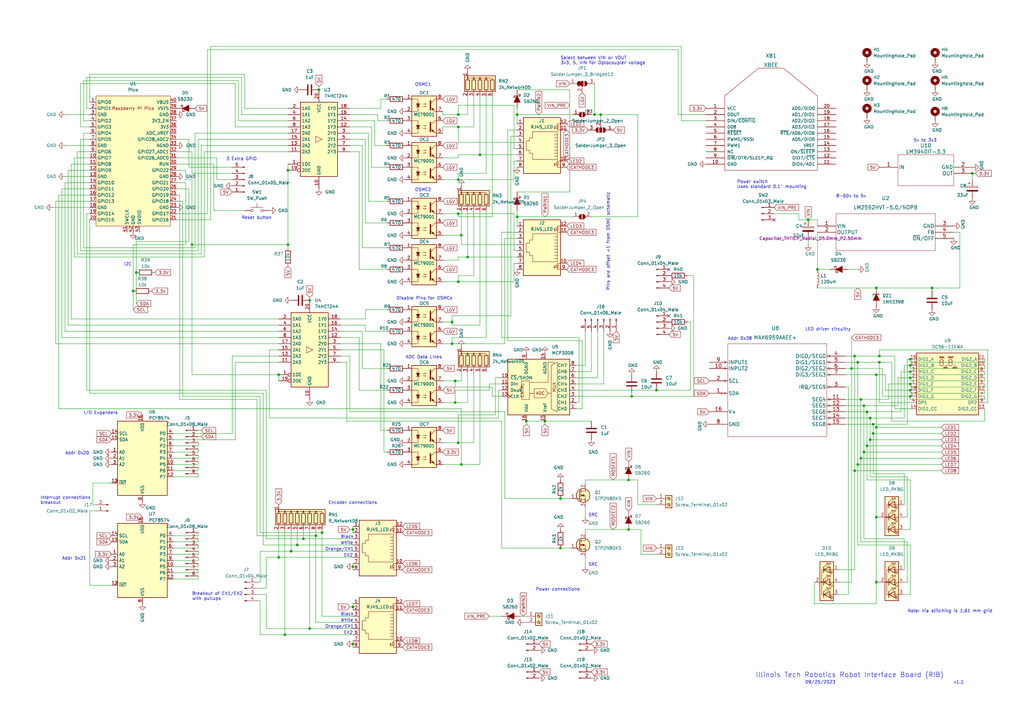
<source format=kicad_sch>
(kicad_sch (version 20250114) (generator "eeschema") (generator_version "9.0")
  (paper "A3")
  (text "Reset button" (at 99.06 90.17 0) (effects (font (size 1.27 1.27)) (justify left bottom)))
  (text "Encoder connections" (at 134.62 207.01 0) (effects (font (size 1.27 1.27)) (justify left bottom)))
  (text "Black" (at 139.7 252.73 0) (effects (font (size 1.27 1.27)) (justify left bottom)))
  (text "I/O Expanders" (at 34.29 170.18 0) (effects (font (size 1.27 1.27)) (justify left bottom)))
  (text "Interrupt connections\nbreakout" (at 16.51 207.01 0) (effects (font (size 1.27 1.27)) (justify left bottom)))
  (text "Power connections" (at 219.71 242.57 0) (effects (font (size 1.27 1.27)) (justify left bottom)))
  (text "5v to 3v3" (at 374.65 58.42 0) (effects (font (size 1.27 1.27)) (justify left bottom)))
  (text "3 Extra GPIO" (at 92.71 66.04 0) (effects (font (size 1.27 1.27)) (justify left bottom)))
  (text "Disable Pins for OSMCs" (at 162.56 123.19 0) (effects (font (size 1.27 1.27)) (justify left bottom)))
  (text "White" (at 139.7 223.52 0) (effects (font (size 1.27 1.27)) (justify left bottom)))
  (text "Illinois Tech Robotics Robot Interface Board (RIB)" (at 309.88 278.13 0) (effects (font (size 2 2)) (justify left bottom)))
  (text "OSMC2" (at 170.18 78.74 0) (effects (font (size 1.27 1.27)) (justify left bottom)))
  (text "OSMC1" (at 170.18 35.56 0) (effects (font (size 1.27 1.27)) (justify left bottom)))
  (text "ADC Data Lines" (at 166.37 147.32 0) (effects (font (size 1.27 1.27)) (justify left bottom)))
  (text "8-60v to 5v " (at 342.9 81.28 0) (effects (font (size 1.27 1.27)) (justify left bottom)))
  (text "Select between VIN or VOUT\n3v3, 5, VIN for Optocoupler voltage" (at 229.87 26.67 0) (effects (font (size 1.27 1.27)) (justify left bottom)))
  (text "LED driver circuitry" (at 330.2 135.89 0) (effects (font (size 1.27 1.27)) (justify left bottom)))
  (text "SRC" (at 241.3 232.41 0) (effects (font (size 1.27 1.27)) (justify left bottom)))
  (text "Orange/EX1" (at 133.35 226.06 0) (effects (font (size 1.27 1.27)) (justify left bottom)))
  (text "Breakout of EX1/EX2\nwith pullups" (at 78.74 246.38 0) (effects (font (size 1.27 1.27)) (justify left bottom)))
  (text "09/25/2023" (at 330.2 280.67 0) (effects (font (size 1.27 1.27)) (justify left bottom)))
  (text "EX2" (at 140.97 260.35 0) (effects (font (size 1.27 1.27)) (justify left bottom)))
  (text "EX2" (at 140.97 228.6 0) (effects (font (size 1.27 1.27)) (justify left bottom)))
  (text "Note: Via stitching is 1.61 mm grid" (at 372.11 251.46 0) (effects (font (size 1.27 1.27) (italic yes)) (justify left bottom)))
  (text "Pins are offset +1 from OSMC schematic" (at 250.19 78.74 90) (effects (font (size 1.27 1.27)) (justify right bottom)))
  (text "Black" (at 139.7 220.98 0) (effects (font (size 1.27 1.27)) (justify left bottom)))
  (text "White" (at 139.7 255.27 0) (effects (font (size 1.27 1.27)) (justify left bottom)))
  (text "Addr 0x20" (at 26.67 186.69 0) (effects (font (size 1.27 1.27)) (justify left bottom)))
  (text "Addr 0x38" (at 298.45 139.7 0) (effects (font (size 1.27 1.27)) (justify left bottom)))
  (text "SRC" (at 241.3 212.09 0) (effects (font (size 1.27 1.27)) (justify left bottom)))
  (text "I2C" (at 50.8 109.22 0) (effects (font (size 1.27 1.27)) (justify left bottom)))
  (text "Power switch\nUses standard 0.1\" mounting" (at 302.26 77.47 0) (effects (font (size 1.27 1.27)) (justify left bottom)))
  (text "v1.1" (at 391.16 280.67 0) (effects (font (size 1.27 1.27)) (justify left bottom)))
  (text "Addr 0x21" (at 25.4 229.87 0) (effects (font (size 1.27 1.27)) (justify left bottom)))
  (text "Orange/EX1" (at 133.35 257.81 0) (effects (font (size 1.27 1.27)) (justify left bottom)))
  (junction (at 356.87 171.45))
  (junction (at 132.08 218.44))
  (junction (at 351.79 190.5))
  (junction (at 360.68 148.59))
  (junction (at 124.46 220.98))
  (junction (at 229.87 224.79))
  (junction (at 373.38 162.56))
  (junction (at 335.28 110.49))
  (junction (at 187.96 115.57))
  (junction (at 360.68 146.05))
  (junction (at 373.38 154.94))
  (junction (at 189.23 190.5))
  (junction (at 356.87 180.34))
  (junction (at 116.84 260.35))
  (junction (at 354.33 166.37))
  (junction (at 187.96 181.61))
  (junction (at 373.38 152.4))
  (junction (at 186.69 156.21))
  (junction (at 129.54 219.71))
  (junction (at 118.11 100.33))
  (junction (at 257.81 196.85))
  (junction (at 373.38 160.02))
  (junction (at 191.77 105.41))
  (junction (at 54.61 119.38))
  (junction (at 350.52 193.04))
  (junction (at 373.38 149.86))
  (junction (at 144.78 232.41))
  (junction (at 55.88 111.76))
  (junction (at 114.3 153.67))
  (junction (at 121.92 223.52))
  (junction (at 243.84 46.99))
  (junction (at 119.38 226.06))
  (junction (at 358.14 177.8))
  (junction (at 373.38 147.32))
  (junction (at 359.41 212.09))
  (junction (at 144.78 248.92))
  (junction (at 189.23 96.52))
  (junction (at 353.06 163.83))
  (junction (at 349.25 151.13))
  (junction (at 223.52 172.72))
  (junction (at 187.96 46.99))
  (junction (at 359.41 153.67))
  (junction (at 212.09 46.99))
  (junction (at 257.81 217.17))
  (junction (at 373.38 157.48))
  (junction (at 353.06 187.96))
  (junction (at 355.6 168.91))
  (junction (at 359.41 118.11))
  (junction (at 269.24 160.02))
  (junction (at 229.87 204.47))
  (junction (at 355.6 182.88))
  (junction (at 144.78 217.17))
  (junction (at 185.42 132.08))
  (junction (at 246.38 46.99))
  (junction (at 196.85 63.5))
  (junction (at 187.96 52.07))
  (junction (at 187.96 87.63))
  (junction (at 185.42 140.97))
  (junction (at 359.41 238.76))
  (junction (at 350.52 146.05))
  (junction (at 358.14 173.99))
  (junction (at 382.27 118.11))
  (junction (at 215.9 172.72))
  (junction (at 398.78 71.12))
  (junction (at 114.3 228.6))
  (junction (at 127 123.19))
  (junction (at 127 257.81))
  (junction (at 359.41 175.26))
  (junction (at 354.33 185.42))
  (junction (at 118.11 69.85))
  (junction (at 331.47 90.17))
  (junction (at 187.96 73.66))
  (junction (at 351.79 148.59))
  (junction (at 144.78 264.16))
  (junction (at 186.69 165.1))
  (junction (at 212.09 88.9))
  (junction (at 259.08 162.56))
  (junction (at 78.74 100.33))
  (junction (at 130.81 36.83))
  (no_connect (at 274.32 129.54))
  (no_connect (at 274.32 110.49))
  (no_connect (at 317.5 90.17))
  (wire (pts (xy 373.38 167.64) (xy 367.03 167.64)))
  (wire (pts (xy 148.59 59.69) (xy 148.59 101.6)))
  (wire (pts (xy 191.77 39.37) (xy 191.77 46.99)))
  (wire (pts (xy 72.39 57.15) (xy 77.47 57.15)))
  (wire (pts (xy 144.78 264.16) (xy 144.78 265.43)))
  (wire (pts (xy 350.52 193.04) (xy 350.52 146.05)))
  (wire (pts (xy 27.94 133.35) (xy 114.3 133.35)))
  (wire (pts (xy 372.11 173.99) (xy 358.14 173.99)))
  (wire (pts (xy 139.7 143.51) (xy 157.48 143.51)))
  (wire (pts (xy 149.86 133.35) (xy 149.86 135.89)))
  (wire (pts (xy 22.86 82.55) (xy 36.83 82.55)))
  (wire (pts (xy 281.94 113.03) (xy 284.48 113.03)))
  (wire (pts (xy 187.96 115.57) (xy 187.96 113.03)))
  (wire (pts (xy 77.47 77.47) (xy 77.47 99.06)))
  (wire (pts (xy 71.12 232.41) (xy 81.28 232.41)))
  (wire (pts (xy 96.52 148.59) (xy 114.3 148.59)))
  (wire (pts (xy 96.52 34.29) (xy 96.52 52.07)))
  (wire (pts (xy 144.78 247.65) (xy 144.78 248.92)))
  (wire (pts (xy 54.61 100.33) (xy 76.2 100.33)))
  (wire (pts (xy 344.17 243.84) (xy 347.98 243.84)))
  (wire (pts (xy 356.87 180.34) (xy 356.87 171.45)))
  (wire (pts (xy 71.12 187.96) (xy 81.28 187.96)))
  (wire (pts (xy 144.78 215.9) (xy 144.78 217.17)))
  (wire (pts (xy 107.95 223.52) (xy 107.95 161.29)))
  (wire (pts (xy 212.09 46.99) (xy 234.95 46.99)))
  (wire (pts (xy 36.83 30.48) (xy 100.33 30.48)))
  (wire (pts (xy 110.49 143.51) (xy 114.3 143.51)))
  (wire (pts (xy 87.63 67.31) (xy 87.63 86.36)))
  (wire (pts (xy 152.4 68.58) (xy 158.75 68.58)))
  (wire (pts (xy 116.84 217.17) (xy 116.84 260.35)))
  (wire (pts (xy 24.13 80.01) (xy 36.83 80.01)))
  (wire (pts (xy 393.7 118.11) (xy 393.7 95.25)))
  (wire (pts (xy 143.51 62.23) (xy 147.32 62.23)))
  (wire (pts (xy 201.93 158.75) (xy 201.93 162.56)))
  (wire (pts (xy 127 217.17) (xy 127 257.81)))
  (wire (pts (xy 74.93 82.55) (xy 74.93 162.56)))
  (wire (pts (xy 212.09 88.9) (xy 234.95 88.9)))
  (wire (pts (xy 212.09 55.88) (xy 209.55 55.88)))
  (wire (pts (xy 372.11 195.58) (xy 372.11 212.09)))
  (wire (pts (xy 147.32 160.02) (xy 158.75 160.02)))
  (wire (pts (xy 154.94 49.53) (xy 154.94 46.99)))
  (wire (pts (xy 54.61 100.33) (xy 54.61 119.38)))
  (wire (pts (xy 88.9 64.77) (xy 88.9 73.66)))
  (wire (pts (xy 36.83 52.07) (xy 33.02 52.07)))
  (wire (pts (xy 71.12 229.87) (xy 81.28 229.87)))
  (wire (pts (xy 132.08 218.44) (xy 132.08 252.73)))
  (wire (pts (xy 78.74 153.67) (xy 114.3 153.67)))
  (wire (pts (xy 373.38 158.75) (xy 373.38 157.48)))
  (wire (pts (xy 403.86 147.32) (xy 403.86 148.59)))
  (wire (pts (xy 205.74 138.43) (xy 237.49 138.43)))
  (wire (pts (xy 242.57 88.9) (xy 261.62 88.9)))
  (wire (pts (xy 151.13 82.55) (xy 151.13 54.61)))
  (wire (pts (xy 158.75 185.42) (xy 157.48 185.42)))
  (wire (pts (xy 78.74 62.23) (xy 78.74 71.12)))
  (wire (pts (xy 335.28 118.11) (xy 359.41 118.11)))
  (wire (pts (xy 85.09 20.32) (xy 85.09 87.63)))
  (wire (pts (xy 346.71 173.99) (xy 358.14 173.99)))
  (wire (pts (xy 262.89 217.17) (xy 262.89 227.33)))
  (wire (pts (xy 38.1 198.12) (xy 38.1 207.01)))
  (wire (pts (xy 106.68 218.44) (xy 132.08 218.44)))
  (wire (pts (xy 361.95 162.56) (xy 361.95 151.13)))
  (wire (pts (xy 149.86 91.44) (xy 158.75 91.44)))
  (wire (pts (xy 83.82 62.23) (xy 118.11 62.23)))
  (wire (pts (xy 72.39 90.17) (xy 86.36 90.17)))
  (wire (pts (xy 143.51 168.91) (xy 207.01 168.91)))
  (wire (pts (xy 370.84 217.17) (xy 373.38 217.17)))
  (wire (pts (xy 199.39 86.36) (xy 199.39 138.43)))
  (wire (pts (xy 245.11 135.89) (xy 245.11 154.94)))
  (wire (pts (xy 405.13 143.51) (xy 405.13 165.1)))
  (wire (pts (xy 71.12 195.58) (xy 81.28 195.58)))
  (wire (pts (xy 398.78 71.12) (xy 398.78 73.66)))
  (wire (pts (xy 109.22 241.3) (xy 105.41 241.3)))
  (wire (pts (xy 187.96 43.18) (xy 187.96 46.99)))
  (wire (pts (xy 106.68 226.06) (xy 106.68 238.76)))
  (wire (pts (xy 118.11 69.85) (xy 118.11 100.33)))
  (wire (pts (xy 386.08 185.42) (xy 354.33 185.42)))
  (wire (pts (xy 118.11 67.31) (xy 118.11 69.85)))
  (wire (pts (xy 139.7 133.35) (xy 149.86 133.35)))
  (wire (pts (xy 187.96 105.41) (xy 191.77 105.41)))
  (wire (pts (xy 240.03 196.85) (xy 240.03 198.12)))
  (wire (pts (xy 34.29 54.61) (xy 34.29 101.6)))
  (wire (pts (xy 71.12 185.42) (xy 81.28 185.42)))
  (wire (pts (xy 210.82 87.63) (xy 210.82 102.87)))
  (wire (pts (xy 181.61 52.07) (xy 187.96 52.07)))
  (wire (pts (xy 186.69 165.1) (xy 186.69 160.02)))
  (wire (pts (xy 189.23 190.5) (xy 189.23 167.64)))
  (wire (pts (xy 36.83 54.61) (xy 34.29 54.61)))
  (wire (pts (xy 403.86 152.4) (xy 403.86 153.67)))
  (wire (pts (xy 331.47 100.33) (xy 331.47 97.79)))
  (wire (pts (xy 386.08 187.96) (xy 353.06 187.96)))
  (wire (pts (xy 403.86 158.75) (xy 373.38 158.75)))
  (wire (pts (xy 36.83 87.63) (xy 35.56 87.63)))
  (wire (pts (xy 86.36 19.05) (xy 279.4 19.05)))
  (wire (pts (xy 353.06 187.96) (xy 353.06 163.83)))
  (wire (pts (xy 335.28 110.49) (xy 340.36 110.49)))
  (wire (pts (xy 327.66 90.17) (xy 331.47 90.17)))
  (wire (pts (xy 370.84 238.76) (xy 372.11 238.76)))
  (wire (pts (xy 353.06 222.25) (xy 353.06 187.96)))
  (wire (pts (xy 194.31 39.37) (xy 194.31 52.07)))
  (wire (pts (xy 181.61 132.08) (xy 185.42 132.08)))
  (wire (pts (xy 71.12 237.49) (xy 81.28 237.49)))
  (wire (pts (xy 26.67 46.99) (xy 36.83 46.99)))
  (wire (pts (xy 331.47 90.17) (xy 335.28 90.17)))
  (wire (pts (xy 189.23 152.4) (xy 189.23 156.21)))
  (wire (pts (xy 205.74 95.25) (xy 212.09 95.25)))
  (wire (pts (xy 124.46 220.98) (xy 144.78 220.98)))
  (wire (pts (xy 350.52 146.05) (xy 360.68 146.05)))
  (wire (pts (xy 143.51 248.92) (xy 144.78 248.92)))
  (wire (pts (xy 369.57 152.4) (xy 369.57 168.91)))
  (wire (pts (xy 81.28 193.04) (xy 81.28 191.77)))
  (wire (pts (xy 153.67 59.69) (xy 158.75 59.69)))
  (wire (pts (xy 212.09 88.9) (xy 212.09 92.71)))
  (wire (pts (xy 149.86 130.81) (xy 149.86 127)))
  (wire (pts (xy 144.78 217.17) (xy 144.78 218.44)))
  (wire (pts (xy 346.71 168.91) (xy 355.6 168.91)))
  (wire (pts (xy 88.9 73.66) (xy 95.25 73.66)))
  (wire (pts (xy 114.3 217.17) (xy 114.3 228.6)))
  (wire (pts (xy 100.33 44.45) (xy 118.11 44.45)))
  (wire (pts (xy 22.86 140.97) (xy 22.86 82.55)))
  (wire (pts (xy 203.2 154.94) (xy 203.2 170.18)))
  (wire (pts (xy 181.61 140.97) (xy 185.42 140.97)))
  (wire (pts (xy 403.86 151.13) (xy 373.38 151.13)))
  (wire (pts (xy 240.03 208.28) (xy 240.03 212.09)))
  (wire (pts (xy 181.61 190.5) (xy 189.23 190.5)))
  (wire (pts (xy 34.29 101.6) (xy 80.01 101.6)))
  (wire (pts (xy 237.49 165.1) (xy 236.22 165.1)))
  (wire (pts (xy 236.22 167.64) (xy 238.76 167.64)))
  (wire (pts (xy 82.55 59.69) (xy 118.11 59.69)))
  (wire (pts (xy 143.51 44.45) (xy 156.21 44.45)))
  (wire (pts (xy 76.2 69.85) (xy 76.2 73.66)))
  (wire (pts (xy 259.08 161.29) (xy 259.08 162.56)))
  (wire (pts (xy 346.71 148.59) (xy 351.79 148.59)))
  (wire (pts (xy 36.83 41.91) (xy 36.83 30.48)))
  (wire (pts (xy 233.68 36.83) (xy 233.68 78.74)))
  (wire (pts (xy 181.61 73.66) (xy 187.96 73.66)))
  (wire (pts (xy 187.96 115.57) (xy 210.82 115.57)))
  (wire (pts (xy 105.41 243.84) (xy 109.22 243.84)))
  (wire (pts (xy 105.41 163.83) (xy 105.41 219.71)))
  (wire (pts (xy 144.78 232.41) (xy 144.78 233.68)))
  (wire (pts (xy 181.61 46.99) (xy 187.96 46.99)))
  (wire (pts (xy 85.09 20.32) (xy 278.13 20.32)))
  (wire (pts (xy 359.41 175.26) (xy 359.41 153.67)))
  (wire (pts (xy 370.84 149.86) (xy 370.84 171.45)))
  (wire (pts (xy 398.78 71.12) (xy 400.05 71.12)))
  (wire (pts (xy 370.84 233.68) (xy 370.84 220.98)))
  (wire (pts (xy 240.03 196.85) (xy 257.81 196.85)))
  (wire (pts (xy 119.38 217.17) (xy 119.38 226.06)))
  (wire (pts (xy 147.32 62.23) (xy 147.32 110.49)))
  (wire (pts (xy 403.86 156.21) (xy 373.38 156.21)))
  (wire (pts (xy 143.51 146.05) (xy 143.51 168.91)))
  (wire (pts (xy 187.96 87.63) (xy 210.82 87.63)))
  (wire (pts (xy 370.84 171.45) (xy 356.87 171.45)))
  (wire (pts (xy 187.96 73.66) (xy 210.82 73.66)))
  (wire (pts (xy 156.21 140.97) (xy 139.7 140.97)))
  (wire (pts (xy 156.21 176.53) (xy 156.21 140.97)))
  (wire (pts (xy 99.06 46.99) (xy 118.11 46.99)))
  (wire (pts (xy 36.83 44.45) (xy 35.56 44.45)))
  (wire (pts (xy 96.52 148.59) (xy 96.52 180.34)))
  (wire (pts (xy 144.78 231.14) (xy 144.78 232.41)))
  (wire (pts (xy 403.86 160.02) (xy 403.86 161.29)))
  (wire (pts (xy 186.69 160.02) (xy 200.66 160.02)))
  (wire (pts (xy 373.38 223.52) (xy 351.79 223.52)))
  (wire (pts (xy 25.4 138.43) (xy 25.4 77.47)))
  (wire (pts (xy 364.49 157.48) (xy 364.49 163.83)))
  (wire (pts (xy 25.4 77.47) (xy 36.83 77.47)))
  (wire (pts (xy 148.59 101.6) (xy 158.75 101.6)))
  (wire (pts (xy 215.9 172.72) (xy 223.52 172.72)))
  (wire (pts (xy 81.28 57.15) (xy 118.11 57.15)))
  (wire (pts (xy 187.96 170.18) (xy 203.2 170.18)))
  (wire (pts (xy 30.48 64.77) (xy 30.48 105.41)))
  (wire (pts (xy 355.6 182.88) (xy 355.6 168.91)))
  (wire (pts (xy 181.61 64.77) (xy 187.96 64.77)))
  (wire (pts (xy 31.75 62.23) (xy 31.75 104.14)))
  (wire (pts (xy 237.49 138.43) (xy 237.49 165.1)))
  (wire (pts (xy 187.96 43.18) (xy 210.82 43.18)))
  (wire (pts (xy 212.09 44.45) (xy 212.09 46.99)))
  (wire (pts (xy 106.68 260.35) (xy 106.68 246.38)))
  (wire (pts (xy 213.36 252.73) (xy 215.9 252.73)))
  (wire (pts (xy 373.38 243.84) (xy 373.38 223.52)))
  (wire (pts (xy 283.21 132.08) (xy 283.21 160.02)))
  (wire (pts (xy 236.22 157.48) (xy 247.65 157.48)))
  (wire (pts (xy 144.78 226.06) (xy 119.38 226.06)))
  (wire (pts (xy 386.08 193.04) (xy 350.52 193.04)))
  (wire (pts (xy 281.94 132.08) (xy 283.21 132.08)))
  (wire (pts (xy 370.84 194.31) (xy 358.14 194.31)))
  (wire (pts (xy 327.66 90.17) (xy 327.66 87.63)))
  (wire (pts (xy 71.12 222.25) (xy 81.28 222.25)))
  (wire (pts (xy 25.4 138.43) (xy 114.3 138.43)))
  (wire (pts (xy 143.51 52.07) (xy 152.4 52.07)))
  (wire (pts (xy 243.84 34.29) (xy 243.84 46.99)))
  (wire (pts (xy 361.95 151.13) (xy 349.25 151.13)))
  (wire (pts (xy 149.86 135.89) (xy 158.75 135.89)))
  (wire (pts (xy 346.71 163.83) (xy 353.06 163.83)))
  (wire (pts (xy 359.41 175.26) (xy 359.41 212.09)))
  (wire (pts (xy 27.94 69.85) (xy 27.94 133.35)))
  (wire (pts (xy 208.28 53.34) (xy 212.09 53.34)))
  (wire (pts (xy 386.08 182.88) (xy 355.6 182.88)))
  (wire (pts (xy 35.56 87.63) (xy 35.56 160.02)))
  (wire (pts (xy 187.96 46.99) (xy 191.77 46.99)))
  (wire (pts (xy 200.66 160.02) (xy 200.66 157.48)))
  (wire (pts (xy 279.4 19.05) (xy 279.4 49.53)))
  (wire (pts (xy 71.12 227.33) (xy 81.28 227.33)))
  (wire (pts (xy 238.76 139.7) (xy 238.76 167.64)))
  (wire (pts (xy 269.24 160.02) (xy 283.21 160.02)))
  (wire (pts (xy 129.54 255.27) (xy 144.78 255.27)))
  (wire (pts (xy 97.79 49.53) (xy 118.11 49.53)))
  (wire (pts (xy 34.29 33.02) (xy 34.29 49.53)))
  (wire (pts (xy 229.87 224.79) (xy 233.68 224.79)))
  (wire (pts (xy 200.66 157.48) (xy 205.74 157.48)))
  (wire (pts (xy 36.83 49.53) (xy 34.29 49.53)))
  (wire (pts (xy 114.3 228.6) (xy 144.78 228.6)))
  (wire (pts (xy 71.12 224.79) (xy 81.28 224.79)))
  (wire (pts (xy 24.13 80.01) (xy 24.13 167.64)))
  (wire (pts (xy 139.7 138.43) (xy 147.32 138.43)))
  (wire (pts (xy 346.71 166.37) (xy 354.33 166.37)))
  (wire (pts (xy 96.52 52.07) (xy 118.11 52.07)))
  (wire (pts (xy 55.88 99.06) (xy 55.88 111.76)))
  (wire (pts (xy 36.83 90.17) (xy 36.83 161.29)))
  (wire (pts (xy 207.01 204.47) (xy 229.87 204.47)))
  (wire (pts (xy 143.51 57.15) (xy 149.86 57.15)))
  (wire (pts (xy 33.02 57.15) (xy 33.02 102.87)))
  (wire (pts (xy 212.09 100.33) (xy 189.23 100.33)))
  (wire (pts (xy 212.09 46.99) (xy 212.09 50.8)))
  (wire (pts (xy 189.23 190.5) (xy 196.85 190.5)))
  (wire (pts (xy 158.75 49.53) (xy 154.94 49.53)))
  (wire (pts (xy 121.92 223.52) (xy 144.78 223.52)))
  (wire (pts (xy 359.41 118.11) (xy 382.27 118.11)))
  (wire (pts (xy 363.22 153.67) (xy 359.41 153.67)))
  (wire (pts (xy 186.69 156.21) (xy 186.69 158.75)))
  (wire (pts (xy 82.55 179.07) (xy 81.28 179.07)))
  (wire (pts (xy 181.61 106.68) (xy 187.96 106.68)))
  (wire (pts (xy 142.24 148.59) (xy 139.7 148.59)))
  (wire (pts (xy 278.13 20.32) (xy 278.13 46.99)))
  (wire (pts (xy 71.12 190.5) (xy 81.28 190.5)))
  (wire (pts (xy 81.28 185.42) (xy 81.28 184.15)))
  (wire (pts (xy 185.42 138.43) (xy 199.39 138.43)))
  (wire (pts (xy 26.67 72.39) (xy 36.83 72.39)))
  (wire (pts (xy 262.89 227.33) (xy 269.24 227.33)))
  (wire (pts (xy 78.74 73.66) (xy 78.74 100.33)))
  (wire (pts (xy 36.83 161.29) (xy 107.95 161.29)))
  (wire (pts (xy 35.56 44.45) (xy 35.56 31.75)))
  (wire (pts (xy 205.74 172.72) (xy 205.74 224.79)))
  (wire (pts (xy 356.87 195.58) (xy 356.87 180.34)))
  (wire (pts (xy 187.96 71.12) (xy 199.39 71.12)))
  (wire (pts (xy 210.82 43.18) (xy 210.82 60.96)))
  (wire (pts (xy 187.96 52.07) (xy 194.31 52.07)))
  (wire (pts (xy 121.92 217.17) (xy 121.92 223.52)))
  (wire (pts (xy 212.09 86.36) (xy 212.09 88.9)))
  (wire (pts (xy 83.82 105.41) (xy 83.82 62.23)))
  (wire (pts (xy 196.85 63.5) (xy 212.09 63.5)))
  (wire (pts (xy 354.33 185.42) (xy 354.33 166.37)))
  (wire (pts (xy 360.68 212.09) (xy 359.41 212.09)))
  (wire (pts (xy 359.41 212.09) (xy 359.41 238.76)))
  (wire (pts (xy 372.11 222.25) (xy 353.06 222.25)))
  (wire (pts (xy 142.24 172.72) (xy 205.74 172.72)))
  (wire (pts (xy 36.83 67.31) (xy 29.21 67.31)))
  (wire (pts (xy 81.28 237.49) (xy 81.28 236.22)))
  (wire (pts (xy 143.51 46.99) (xy 154.94 46.99)))
  (wire (pts (xy 109.22 243.84) (xy 109.22 257.81)))
  (wire (pts (xy 278.13 46.99) (xy 289.56 46.99)))
  (wire (pts (xy 35.56 160.02) (xy 109.22 160.02)))
  (wire (pts (xy 364.49 163.83) (xy 353.06 163.83)))
  (wire (pts (xy 109.22 257.81) (xy 127 257.81)))
  (wire (pts (xy 359.41 238.76) (xy 360.68 238.76)))
  (wire (pts (xy 30.48 105.41) (xy 83.82 105.41)))
  (wire (pts (xy 109.22 228.6) (xy 109.22 241.3)))
  (wire (pts (xy 369.57 168.91) (xy 355.6 168.91)))
  (wire (pts (xy 153.67 49.53) (xy 153.67 59.69)))
  (wire (pts (xy 403.86 149.86) (xy 403.86 151.13)))
  (wire (pts (xy 139.7 135.89) (xy 148.59 135.89)))
  (wire (pts (xy 223.52 173.99) (xy 223.52 172.72)))
  (wire (pts (xy 181.61 156.21) (xy 186.69 156.21)))
  (wire (pts (xy 403.86 167.64) (xy 403.86 172.72)))
  (wire (pts (xy 373.38 196.85) (xy 355.6 196.85)))
  (wire (pts (xy 124.46 217.17) (xy 124.46 220.98)))
  (wire (pts (xy 187.96 73.66) (xy 187.96 71.12)))
  (wire (pts (xy 240.03 135.89) (xy 240.03 149.86)))
  (wire (pts (xy 36.83 64.77) (xy 30.48 64.77)))
  (wire (pts (xy 191.77 86.36) (xy 191.77 105.41)))
  (wire (pts (xy 363.22 160.02) (xy 363.22 153.67)))
  (wire (pts (xy 36.83 62.23) (xy 31.75 62.23)))
  (wire (pts (xy 363.22 160.02) (xy 373.38 160.02)))
  (wire (pts (xy 370.84 243.84) (xy 373.38 243.84)))
  (wire (pts (xy 181.61 96.52) (xy 189.23 96.52)))
  (wire (pts (xy 36.83 69.85) (xy 27.94 69.85)))
  (wire (pts (xy 210.82 73.66) (xy 210.82 66.04)))
  (wire (pts (xy 81.28 234.95) (xy 81.28 233.68)))
  (wire (pts (xy 127 257.81) (xy 144.78 257.81)))
  (wire (pts (xy 148.59 151.13) (xy 158.75 151.13)))
  (wire (pts (xy 279.4 49.53) (xy 289.56 49.53)))
  (wire (pts (xy 386.08 175.26) (xy 359.41 175.26)))
  (wire (pts (xy 201.93 39.37) (xy 201.93 88.9)))
  (wire (pts (xy 148.59 135.89) (xy 148.59 151.13)))
  (wire (pts (xy 100.33 30.48) (xy 100.33 44.45)))
  (wire (pts (xy 373.38 157.48) (xy 364.49 157.48)))
  (wire (pts (xy 372.11 147.32) (xy 372.11 173.99)))
  (wire (pts (xy 156.21 40.64) (xy 158.75 40.64)))
  (wire (pts (xy 106.68 260.35) (xy 116.84 260.35)))
  (wire (pts (xy 386.08 177.8) (xy 358.14 177.8)))
  (wire (pts (xy 257.81 196.85) (xy 261.62 196.85)))
  (wire (pts (xy 351.79 190.5) (xy 351.79 148.59)))
  (wire (pts (xy 181.61 87.63) (xy 187.96 87.63)))
  (wire (pts (xy 334.01 238.76) (xy 334.01 247.65)))
  (wire (pts (xy 81.28 224.79) (xy 81.28 223.52)))
  (wire (pts (xy 236.22 162.56) (xy 259.08 162.56)))
  (wire (pts (xy 71.12 193.04) (xy 81.28 193.04)))
  (wire (pts (xy 132.08 217.17) (xy 132.08 218.44)))
  (wire (pts (xy 365.76 148.59) (xy 360.68 148.59)))
  (wire (pts (xy 156.21 44.45) (xy 156.21 40.64)))
  (wire (pts (xy 196.85 86.36) (xy 196.85 133.35)))
  (wire (pts (xy 189.23 86.36) (xy 189.23 96.52)))
  (wire (pts (xy 181.61 115.57) (xy 187.96 115.57)))
  (wire (pts (xy 386.08 180.34) (xy 356.87 180.34)))
  (wire (pts (xy 82.55 104.14) (xy 82.55 59.69)))
  (wire (pts (xy 72.39 80.01) (xy 73.66 80.01)))
  (wire (pts (xy 124.46 220.98) (xy 109.22 220.98)))
  (wire (pts (xy 105.41 238.76) (xy 106.68 238.76)))
  (wire (pts (xy 139.7 130.81) (xy 149.86 130.81)))
  (wire (pts (xy 186.69 165.1) (xy 191.77 165.1)))
  (wire (pts (xy 45.72 240.03) (xy 36.83 240.03)))
  (wire (pts (xy 210.82 102.87) (xy 212.09 102.87)))
  (wire (pts (xy 373.38 147.32) (xy 372.11 147.32)))
  (wire (pts (xy 72.39 62.23) (xy 78.74 62.23)))
  (wire (pts (xy 81.28 176.53) (xy 82.55 176.53)))
  (wire (pts (xy 373.38 163.83) (xy 373.38 162.56)))
  (wire (pts (xy 261.62 207.01) (xy 261.62 196.85)))
  (wire (pts (xy 144.78 264.16) (xy 144.78 262.89)))
  (wire (pts (xy 346.71 151.13) (xy 349.25 151.13)))
  (wire (pts (xy 354.33 220.98) (xy 354.33 185.42)))
  (wire (pts (xy 129.54 219.71) (xy 129.54 255.27)))
  (wire (pts (xy 360.68 146.05) (xy 367.03 146.05)))
  (wire (pts (xy 207.01 97.79) (xy 207.01 140.97)))
  (wire (pts (xy 72.39 87.63) (xy 85.09 87.63)))
  (wire (pts (xy 187.96 58.42) (xy 212.09 58.42)))
  (wire (pts (xy 349.25 151.13) (xy 349.25 138.43)))
  (wire (pts (xy 185.42 138.43) (xy 185.42 140.97)))
  (wire (pts (xy 72.39 77.47) (xy 77.47 77.47)))
  (wire (pts (xy 74.93 162.56) (xy 106.68 162.56)))
  (wire (pts (xy 334.01 247.65) (xy 359.41 247.65)))
  (wire (pts (xy 147.32 138.43) (xy 147.32 160.02)))
  (wire (pts (xy 365.76 172.72) (xy 403.86 172.72)))
  (wire (pts (xy 386.08 190.5) (xy 351.79 190.5)))
  (wire (pts (xy 105.41 219.71) (xy 129.54 219.71)))
  (wire (pts (xy 365.76 148.59) (xy 365.76 172.72)))
  (wire (pts (xy 212.09 36.83) (xy 233.68 36.83)))
  (wire (pts (xy 80.01 54.61) (xy 118.11 54.61)))
  (wire (pts (xy 373.38 148.59) (xy 373.38 147.32)))
  (wire (pts (xy 214.63 255.27) (xy 215.9 255.27)))
  (wire (pts (xy 185.42 132.08) (xy 185.42 133.35)))
  (wire (pts (xy 229.87 224.79) (xy 205.74 224.79)))
  (wire (pts (xy 199.39 39.37) (xy 199.39 71.12)))
  (wire (pts (xy 344.17 233.68) (xy 350.52 233.68)))
  (wire (pts (xy 189.23 96.52) (xy 189.23 100.33)))
  (wire (pts (xy 142.24 148.59) (xy 142.24 172.72)))
  (wire (pts (xy 208.28 53.34) (xy 208.28 139.7)))
  (wire (pts (xy 240.03 217.17) (xy 257.81 217.17)))
  (wire (pts (xy 187.96 52.07) (xy 187.96 58.42)))
  (wire (pts (xy 347.98 243.84) (xy 347.98 158.75)))
  (wire (pts (xy 76.2 73.66) (xy 78.74 73.66)))
  (wire (pts (xy 346.71 153.67) (xy 359.41 153.67)))
  (wire (pts (xy 373.38 162.56) (xy 361.95 162.56)))
  (wire (pts (xy 72.39 67.31) (xy 87.63 67.31)))
  (wire (pts (xy 373.38 151.13) (xy 373.38 149.86)))
  (wire (pts (xy 29.21 67.31) (xy 29.21 130.81)))
  (wire (pts (xy 372.11 238.76) (xy 372.11 222.25)))
  (wire (pts (xy 373.38 156.21) (xy 373.38 154.94)))
  (wire (pts (xy 368.3 166.37) (xy 354.33 166.37)))
  (wire (pts (xy 186.69 158.75) (xy 201.93 158.75)))
  (wire (pts (xy 191.77 152.4) (xy 191.77 165.1)))
  (wire (pts (xy 261.62 46.99) (xy 261.62 88.9)))
  (wire (pts (xy 373.38 161.29) (xy 373.38 160.02)))
  (wire (pts (xy 33.02 102.87) (xy 81.28 102.87)))
  (wire (pts (xy 185.42 133.35) (xy 196.85 133.35)))
  (wire (pts (xy 360.68 148.59) (xy 351.79 148.59)))
  (wire (pts (xy 36.83 57.15) (xy 33.02 57.15)))
  (wire (pts (xy 139.7 146.05) (xy 143.51 146.05)))
  (wire (pts (xy 143.51 49.53) (xy 153.67 49.53)))
  (wire (pts (xy 212.09 78.74) (xy 233.68 78.74)))
  (wire (pts (xy 240.03 228.6) (xy 240.03 232.41)))
  (wire (pts (xy 346.71 171.45) (xy 356.87 171.45)))
  (wire (pts (xy 118.11 100.33) (xy 78.74 100.33)))
  (wire (pts (xy 373.38 153.67) (xy 373.38 152.4)))
  (wire (pts (xy 347.98 158.75) (xy 346.71 158.75)))
  (wire (pts (xy 81.28 227.33) (xy 81.28 226.06)))
  (wire (pts (xy 346.71 146.05) (xy 350.52 146.05)))
  (wire (pts (xy 236.22 152.4) (xy 242.57 152.4)))
  (wire (pts (xy 99.06 31.75) (xy 99.06 46.99)))
  (wire (pts (xy 80.01 54.61) (xy 80.01 101.6)))
  (wire (pts (xy 33.02 34.29) (xy 96.52 34.29)))
  (wire (pts (xy 81.28 229.87) (xy 81.28 228.6)))
  (wire (pts (xy 350.52 233.68) (xy 350.52 193.04)))
  (wire (pts (xy 403.86 154.94) (xy 403.86 156.21)))
  (wire (pts (xy 77.47 57.15) (xy 77.47 68.58)))
  (wire (pts (xy 355.6 182.88) (xy 355.6 196.85)))
  (wire (pts (xy 181.61 181.61) (xy 187.96 181.61)))
  (wire (pts (xy 185.42 132.08) (xy 185.42 129.54)))
  (wire (pts (xy 72.39 69.85) (xy 76.2 69.85)))
  (wire (pts (xy 26.67 74.93) (xy 36.83 74.93)))
  (wire (pts (xy 223.52 172.72) (xy 242.57 172.72)))
  (wire (pts (xy 335.28 95.25) (xy 335.28 110.49)))
  (wire (pts (xy 130.81 35.56) (xy 130.81 36.83)))
  (wire (pts (xy 344.17 238.76) (xy 349.25 238.76)))
  (wire (pts (xy 236.22 154.94) (xy 245.11 154.94)))
  (wire (pts (xy 209.55 55.88) (xy 209.55 129.54)))
  (wire (pts (xy 81.28 182.88) (xy 81.28 181.61)))
  (wire (pts (xy 152.4 52.07) (xy 152.4 68.58)))
  (wire (pts (xy 257.81 217.17) (xy 262.89 217.17)))
  (wire (pts (xy 35.56 31.75) (xy 99.06 31.75)))
  (wire (pts (xy 403.86 148.59) (xy 373.38 148.59)))
  (wire (pts (xy 114.3 153.67) (xy 114.3 156.21)))
  (wire (pts (xy 403.86 161.29) (xy 373.38 161.29)))
  (wire (pts (xy 215.9 173.99) (xy 215.9 172.72)))
  (wire (pts (xy 97.79 33.02) (xy 97.79 49.53)))
  (wire (pts (xy 210.82 107.95) (xy 212.09 107.95)))
  (wire (pts (xy 284.48 113.03) (xy 284.48 162.56)))
  (wire (pts (xy 370.84 212.09) (xy 372.11 212.09)))
  (wire (pts (xy 127 121.92) (xy 127 123.19)))
  (wire (pts (xy 370.84 220.98) (xy 354.33 220.98)))
  (wire (pts (xy 106.68 246.38) (xy 105.41 246.38)))
  (wire (pts (xy 368.3 154.94) (xy 368.3 166.37)))
  (wire (pts (xy 236.22 149.86) (xy 240.03 149.86)))
  (wire (pts (xy 194.31 86.36) (xy 194.31 113.03)))
  (wire (pts (xy 81.28 195.58) (xy 81.28 194.31)))
  (wire (pts (xy 22.86 140.97) (xy 114.3 140.97)))
  (wire (pts (xy 38.1 207.01) (xy 39.37 207.01)))
  (wire (pts (xy 33.02 52.07) (xy 33.02 34.29)))
  (wire (pts (xy 360.68 165.1) (xy 360.68 148.59)))
  (wire (pts (xy 405.13 143.51) (xy 360.68 143.51)))
  (wire (pts (xy 207.01 168.91) (xy 207.01 204.47)))
  (wire (pts (xy 26.67 135.89) (xy 114.3 135.89)))
  (wire (pts (xy 71.12 219.71) (xy 81.28 219.71)))
  (wire (pts (xy 373.38 152.4) (xy 369.57 152.4)))
  (wire (pts (xy 196.85 39.37) (xy 196.85 63.5)))
  (wire (pts (xy 77.47 99.06) (xy 55.88 99.06)))
  (wire (pts (xy 403.86 163.83) (xy 373.38 163.83)))
  (wire (pts (xy 246.38 46.99) (xy 261.62 46.99)))
  (wire (pts (xy 81.28 232.41) (xy 81.28 231.14)))
  (wire (pts (xy 157.48 143.51) (xy 157.48 185.42)))
  (wire (pts (xy 87.63 86.36) (xy 100.33 86.36)))
  (wire (pts (xy 187.96 181.61) (xy 194.31 181.61)))
  (wire (pts (xy 367.03 167.64) (xy 367.03 146.05)))
  (wire (pts (xy 95.25 146.05) (xy 95.25 177.8)))
  (wire (pts (xy 147.32 110.49) (xy 158.75 110.49)))
  (wire (pts (xy 210.82 66.04) (xy 212.09 66.04)))
  (wire (pts (xy 207.01 97.79) (xy 212.09 97.79)))
  (wire (pts (xy 36.83 209.55) (xy 39.37 209.55)))
  (wire (pts (xy 382.27 118.11) (xy 393.7 118.11)))
  (wire (pts (xy 372.11 195.58) (xy 356.87 195.58)))
  (wire (pts (xy 373.38 154.94) (xy 368.3 154.94)))
  (wire (pts (xy 393.7 95.25) (xy 391.16 95.25)))
  (wire (pts (xy 403.86 165.1) (xy 405.13 165.1)))
  (wire (pts (xy 143.51 54.61) (xy 151.13 54.61)))
  (wire (pts (xy 403.86 153.67) (xy 373.38 153.67)))
  (wire (pts (xy 29.21 130.81) (xy 114.3 130.81)))
  (wire (pts (xy 373.38 149.86) (xy 370.84 149.86)))
  (wire (pts (xy 129.54 217.17) (xy 129.54 219.71)))
  (wire (pts (xy 373.38 217.17) (xy 373.38 196.85)))
  (wire (pts (xy 205.74 154.94) (xy 203.2 154.94)))
  (wire (pts (xy 72.39 64.77) (xy 88.9 64.77)))
  (wire (pts (xy 351.79 190.5) (xy 351.79 223.52)))
  (wire (pts (xy 71.12 180.34) (xy 96.52 180.34)))
  (wire (pts (xy 204.47 160.02) (xy 204.47 171.45)))
  (wire (pts (xy 247.65 157.48) (xy 247.65 135.89)))
  (wire (pts (xy 205.74 160.02) (xy 204.47 160.02)))
  (wire (pts (xy 86.36 90.17) (xy 86.36 19.05)))
  (wire (pts (xy 76.2 100.33) (xy 76.2 74.93)))
  (wire (pts (xy 210.82 60.96) (xy 212.09 60.96)))
  (wire (pts (xy 246.38 46.99) (xy 243.84 46.99)))
  (wire (pts (xy 187.96 170.18) (xy 187.96 181.61)))
  (wire (pts (xy 106.68 162.56) (xy 106.68 218.44)))
  (wire (pts (xy 358.14 177.8) (xy 358.14 173.99)))
  (wire (pts (xy 144.78 248.92) (xy 144.78 250.19)))
  (wire (pts (xy 335.28 90.17) (xy 335.28 92.71)))
  (wire (pts (xy 119.38 226.06) (xy 106.68 226.06)))
  (wire (pts (xy 109.22 228.6) (xy 114.3 228.6)))
  (wire (pts (xy 71.12 234.95) (xy 81.28 234.95)))
  (wire (pts (xy 242.57 135.89) (xy 242.57 152.4)))
  (wire (pts (xy 110.49 171.45) (xy 204.47 171.45)))
  (wire (pts (xy 359.41 238.76) (xy 359.41 247.65)))
  (wire (pts (xy 143.51 59.69) (xy 148.59 59.69)))
  (wire (pts (xy 187.96 63.5) (xy 187.96 64.77)))
  (wire (pts (xy 36.83 240.03) (xy 36.83 209.55)))
  (wire (pts (xy 81.28 219.71) (xy 81.28 218.44)))
  (wire (pts (xy 73.66 80.01) (xy 73.66 163.83)))
  (wire (pts (xy 191.77 105.41) (xy 212.09 105.41)))
  (wire (pts (xy 24.13 167.64) (xy 189.23 167.64)))
  (wire (pts (xy 118.11 101.6) (xy 118.11 100.33)))
  (wire (pts (xy 54.61 119.38) (xy 54.61 127)))
  (wire (pts (xy 116.84 260.35) (xy 144.78 260.35)))
  (wire (pts (xy 181.61 46.99) (xy 181.61 45.72)))
  (wire (pts (xy 132.08 252.73) (xy 144.78 252.73)))
  (wire (pts (xy 73.66 163.83) (xy 105.41 163.83)))
  (wire (pts (xy 236.22 160.02) (xy 269.24 160.02)))
  (wire (pts (xy 187.96 106.68) (xy 187.96 105.41)))
  (wire (pts (xy 151.13 82.55) (xy 158.75 82.55)))
  (wire (pts (xy 187.96 63.5) (xy 196.85 63.5)))
  (wire (pts (xy 382.27 118.11) (xy 382.27 119.38)))
  (wire (pts (xy 187.96 88.9) (xy 201.93 88.9)))
  (wire (pts (xy 246.38 49.53) (xy 246.38 46.99)))
  (wire (pts (xy 242.57 46.99) (xy 243.84 46.99)))
  (wire (pts (xy 81.28 57.15) (xy 81.28 102.87)))
  (wire (pts (xy 77.47 68.58) (xy 95.25 68.58)))
  (wire (pts (xy 26.67 74.93) (xy 26.67 135.89)))
  (wire (pts (xy 109.22 220.98) (xy 109.22 160.02)))
  (wire (pts (xy 200.66 252.73) (xy 205.74 252.73)))
  (wire (pts (xy 186.69 156.21) (xy 189.23 156.21)))
  (wire (pts (xy 76.2 74.93) (xy 72.39 74.93)))
  (wire (pts (xy 149.86 57.15) (xy 149.86 91.44)))
  (wire (pts (xy 26.67 59.69) (xy 36.83 59.69)))
  (wire (pts (xy 34.29 33.02) (xy 97.79 33.02)))
  (wire (pts (xy 121.92 223.52) (xy 107.95 223.52)))
  (wire (pts (xy 187.96 87.63) (xy 187.96 88.9)))
  (wire (pts (xy 403.86 162.56) (xy 403.86 163.83)))
  (wire (pts (xy 201.93 162.56) (xy 205.74 162.56)))
  (wire (pts (xy 21.59 85.09) (xy 36.83 85.09)))
  (wire (pts (xy 81.28 222.25) (xy 81.28 220.98)))
  (wire (pts (xy 373.38 165.1) (xy 360.68 165.1)))
  (wire (pts (xy 71.12 182.88) (xy 81.28 182.88)))
  (wire (pts (xy 74.93 82.55) (xy 72.39 82.55)))
  (wire (pts (xy 143.51 217.17) (xy 144.78 217.17)))
  (wire (pts (xy 229.87 204.47) (xy 233.68 204.47)))
  (wire (pts (xy 55.88 111.76) (xy 55.88 124.46)))
  (wire (pts (xy 185.42 140.97) (xy 207.01 140.97)))
  (wire (pts (xy 185.42 129.54) (xy 209.55 129.54)))
  (wire (pts (xy 95.25 146.05) (xy 114.3 146.05)))
  (wire (pts (xy 269.24 207.01) (xy 261.62 207.01)))
  (wire (pts (xy 403.86 157.48) (xy 403.86 158.75)))
  (wire (pts (xy 327.66 87.63) (xy 317.5 87.63)))
  (wire (pts (xy 196.85 152.4) (xy 196.85 190.5)))
  (wire (pts (xy 81.28 190.5) (xy 81.28 189.23)))
  (wire (pts (xy 205.74 95.25) (xy 205.74 138.43)))
  (wire (pts (xy 71.12 177.8) (xy 95.25 177.8)))
  (wire (pts (xy 149.86 127) (xy 158.75 127)))
  (wire (pts (xy 31.75 104.14) (xy 82.55 104.14)))
  (wire (pts (xy 259.08 162.56) (xy 284.48 162.56)))
  (wire (pts (xy 349.25 238.76) (xy 349.25 151.13)))
  (wire (pts (xy 158.75 176.53) (xy 156.21 176.53)))
  (wire (pts (xy 38.1 198.12) (xy 45.72 198.12)))
  (wire (pts (xy 81.28 187.96) (xy 81.28 186.69)))
  (wire (pts (xy 358.14 194.31) (xy 358.14 177.8)))
  (wire (pts (xy 210.82 115.57) (xy 210.82 107.95)))
  (wire (pts (xy 78.74 71.12) (xy 95.25 71.12)))
  (wire (pts (xy 240.03 217.17) (xy 240.03 218.44)))
  (wire (pts (xy 187.96 113.03) (xy 194.31 113.03)))
  (wire (pts (xy 181.61 52.07) (xy 181.61 54.61)))
  (wire (pts (xy 370.84 194.31) (xy 370.84 207.01)))
  (wire (pts (xy 181.61 165.1) (xy 186.69 165.1)))
  (wire (pts (xy 78.74 100.33) (xy 78.74 153.67)))
  (wire (pts (xy 208.28 139.7) (xy 238.76 139.7)))
  (wire (pts (xy 347.98 110.49) (xy 351.79 110.49)))
  (wire (pts (xy 110.49 143.51) (xy 110.49 171.45)))
  (wire (pts (xy 194.31 152.4) (xy 194.31 181.61)))
  (wire (pts (xy 360.68 143.51) (xy 360.68 146.05)))
  (global_label "LED6" (shape input) (at 386.08 187.96 0) (property "Intersheetrefs" "${INTERSHEET_REFS}" (effects (hide yes))))
  (global_label "LGV" (shape input) (at 181.61 135.89 0) (property "Intersheetrefs" "${INTERSHEET_REFS}" (effects (hide yes))))
  (global_label "LGV" (shape input) (at 181.61 49.53 0) (property "Intersheetrefs" "${INTERSHEET_REFS}" (effects (hide yes))))
  (global_label "CATHODE3" (shape input) (at 165.1 233.68 0) (property "Intersheetrefs" "${INTERSHEET_REFS}" (effects (hide yes))))
  (global_label "LED2" (shape input) (at 386.08 177.8 0) (property "Intersheetrefs" "${INTERSHEET_REFS}" (effects (hide yes))))
  (global_label "LED8" (shape input) (at 165.1 262.89 0) (property "Intersheetrefs" "${INTERSHEET_REFS}" (effects (hide yes))))
  (global_label "CATHODE3" (shape input) (at 232.41 110.49 0) (property "Intersheetrefs" "${INTERSHEET_REFS}" (effects (hide yes))))
  (global_label "LGV" (shape input) (at 181.61 110.49 0) (property "Intersheetrefs" "${INTERSHEET_REFS}" (effects (hide yes))))
  (global_label "SCL" (shape input) (at 54.61 127 0) (property "Intersheetrefs" "${INTERSHEET_REFS}" (effects (hide yes))))
  (global_label "LGV" (shape input) (at 181.61 91.44 0) (property "Intersheetrefs" "${INTERSHEET_REFS}" (effects (hide yes))))
  (global_label "LED6" (shape input) (at 165.1 231.14 0) (property "Intersheetrefs" "${INTERSHEET_REFS}" (effects (hide yes))))
  (global_label "3.3V" (shape input) (at 114.3 207.01 90) (property "Intersheetrefs" "${INTERSHEET_REFS}" (effects (hide yes))))
  (global_label "5V" (shape input) (at 130.81 35.56 90) (property "Intersheetrefs" "${INTERSHEET_REFS}" (effects (hide yes))))
  (global_label "3.3V" (shape input) (at 400.05 71.12 0) (property "Intersheetrefs" "${INTERSHEET_REFS}" (effects (hide yes))))
  (global_label "LGV" (shape input) (at 181.61 40.64 0) (property "Intersheetrefs" "${INTERSHEET_REFS}" (effects (hide yes))))
  (global_label "LED7" (shape input) (at 386.08 190.5 0) (property "Intersheetrefs" "${INTERSHEET_REFS}" (effects (hide yes))))
  (global_label "5V" (shape input) (at 215.9 173.99 270) (property "Intersheetrefs" "${INTERSHEET_REFS}" (effects (hide yes))))
  (global_label "SCL" (shape input) (at 82.55 176.53 0) (property "Intersheetrefs" "${INTERSHEET_REFS}" (effects (hide yes))))
  (global_label "3.3V" (shape input) (at 58.42 170.18 180) (property "Intersheetrefs" "${INTERSHEET_REFS}" (effects (hide yes))))
  (global_label "MOSFET2" (shape input) (at 251.46 217.17 90) (property "Intersheetrefs" "${INTERSHEET_REFS}" (effects (hide yes))))
  (global_label "VIN_PRE" (shape input) (at 200.66 252.73 180) (property "Intersheetrefs" "${INTERSHEET_REFS}" (effects (hide yes))))
  (global_label "LED4" (shape input) (at 232.41 107.95 0) (property "Intersheetrefs" "${INTERSHEET_REFS}" (effects (hide yes))))
  (global_label "5V" (shape input) (at 223.52 173.99 270) (property "Intersheetrefs" "${INTERSHEET_REFS}" (effects (hide yes))))
  (global_label "VIN_PRE" (shape input) (at 233.68 43.18 180) (property "Intersheetrefs" "${INTERSHEET_REFS}" (effects (hide yes))))
  (global_label "3.3V" (shape input) (at 63.5 111.76 0) (property "Intersheetrefs" "${INTERSHEET_REFS}" (effects (hide yes))))
  (global_label "3.3V" (shape input) (at 242.57 264.16 0) (property "Intersheetrefs" "${INTERSHEET_REFS}" (effects (hide yes))))
  (global_label "3.3V" (shape input) (at 241.3 53.34 180) (property "Intersheetrefs" "${INTERSHEET_REFS}" (effects (hide yes))))
  (global_label "5V" (shape input) (at 143.51 248.92 180) (property "Intersheetrefs" "${INTERSHEET_REFS}" (effects (hide yes))))
  (global_label "5V" (shape input) (at 290.83 168.91 180) (property "Intersheetrefs" "${INTERSHEET_REFS}" (effects (hide yes))))
  (global_label "LED4" (shape input) (at 386.08 182.88 0) (property "Intersheetrefs" "${INTERSHEET_REFS}" (effects (hide yes))))
  (global_label "5V" (shape input) (at 351.79 118.11 270) (property "Intersheetrefs" "${INTERSHEET_REFS}" (effects (hide yes))))
  (global_label "LED1" (shape input) (at 386.08 175.26 0) (property "Intersheetrefs" "${INTERSHEET_REFS}" (effects (hide yes))))
  (global_label "PWRIN3" (shape input) (at 214.63 252.73 90) (property "Intersheetrefs" "${INTERSHEET_REFS}" (effects (hide yes))))
  (global_label "CATHODE3" (shape input) (at 232.41 53.34 270) (property "Intersheetrefs" "${INTERSHEET_REFS}" (effects (hide yes))))
  (global_label "5V" (shape input) (at 220.98 264.16 0) (property "Intersheetrefs" "${INTERSHEET_REFS}" (effects (hide yes))))
  (global_label "LGV" (shape input) (at 181.61 127 0) (property "Intersheetrefs" "${INTERSHEET_REFS}" (effects (hide yes))))
  (global_label "5V" (shape input) (at 360.68 68.58 180) (property "Intersheetrefs" "${INTERSHEET_REFS}" (effects (hide yes))))
  (global_label "3.3V" (shape input) (at 242.57 275.59 0) (property "Intersheetrefs" "${INTERSHEET_REFS}" (effects (hide yes))))
  (global_label "VIN" (shape input) (at 269.24 204.47 180) (property "Intersheetrefs" "${INTERSHEET_REFS}" (effects (hide yes))))
  (global_label "CATHODE3" (shape input) (at 165.1 265.43 0) (property "Intersheetrefs" "${INTERSHEET_REFS}" (effects (hide yes))))
  (global_label "5V" (shape input) (at 127 121.92 90) (property "Intersheetrefs" "${INTERSHEET_REFS}" (effects (hide yes))))
  (global_label "LGV" (shape input) (at 181.61 82.55 0) (property "Intersheetrefs" "${INTERSHEET_REFS}" (effects (hide yes))))
  (global_label "LED5" (shape input) (at 165.1 215.9 0) (property "Intersheetrefs" "${INTERSHEET_REFS}" (effects (hide yes))))
  (global_label "LED8" (shape input) (at 386.08 193.04 0) (property "Intersheetrefs" "${INTERSHEET_REFS}" (effects (hide yes))))
  (global_label "VIN" (shape input) (at 257.81 209.55 90) (property "Intersheetrefs" "${INTERSHEET_REFS}" (effects (hide yes))))
  (global_label "LGV" (shape input) (at 238.76 38.1 270) (property "Intersheetrefs" "${INTERSHEET_REFS}" (effects (hide yes))))
  (global_label "SDA" (shape input) (at 82.55 179.07 0) (property "Intersheetrefs" "${INTERSHEET_REFS}" (effects (hide yes))))
  (global_label "SDA" (shape input) (at 45.72 222.25 180) (property "Intersheetrefs" "${INTERSHEET_REFS}" (effects (hide yes))))
  (global_label "CATHODE3" (shape input) (at 165.1 250.19 0) (property "Intersheetrefs" "${INTERSHEET_REFS}" (effects (hide yes))))
  (global_label "CATHODE3" (shape input) (at 165.1 218.44 0) (property "Intersheetrefs" "${INTERSHEET_REFS}" (effects (hide yes))))
  (global_label "LGV" (shape input) (at 181.61 59.69 0) (property "Intersheetrefs" "${INTERSHEET_REFS}" (effects (hide yes))))
  (global_label "5V" (shape input) (at 274.32 118.11 0) (property "Intersheetrefs" "${INTERSHEET_REFS}" (effects (hide yes))))
  (global_label "5V" (shape input) (at 274.32 137.16 0) (property "Intersheetrefs" "${INTERSHEET_REFS}" (effects (hide yes))))
  (global_label "5V" (shape input) (at 181.61 176.53 0) (property "Intersheetrefs" "${INTERSHEET_REFS}" (effects (hide yes))))
  (global_label "5V" (shape input) (at 251.46 53.34 0) (property "Intersheetrefs" "${INTERSHEET_REFS}" (effects (hide yes))))
  (global_label "LED3" (shape input) (at 386.08 180.34 0) (property "Intersheetrefs" "${INTERSHEET_REFS}" (effects (hide yes))))
  (global_label "3.3V" (shape input) (at 181.61 185.42 0) (property "Intersheetrefs" "${INTERSHEET_REFS}" (effects (hide yes))))
  (global_label "VIN" (shape input) (at 331.47 90.17 90) (property "Intersheetrefs" "${INTERSHEET_REFS}" (effects (hide yes))))
  (global_label "LED1" (shape input) (at 232.41 50.8 0) (property "Intersheetrefs" "${INTERSHEET_REFS}" (effects (hide yes))))
  (global_label "5V" (shape input) (at 220.98 275.59 0) (property "Intersheetrefs" "${INTERSHEET_REFS}" (effects (hide yes))))
  (global_label "3.3V" (shape input) (at 45.72 227.33 180) (property "Intersheetrefs" "${INTERSHEET_REFS}" (effects (hide yes))))
  (global_label "SDA" (shape input) (at 55.88 124.46 0) (property "Intersheetrefs" "${INTERSHEET_REFS}" (effects (hide yes))))
  (global_label "LED5" (shape input) (at 386.08 185.42 0) (property "Intersheetrefs" "${INTERSHEET_REFS}" (effects (hide yes))))
  (global_label "SCL" (shape input) (at 290.83 156.21 180) (property "Intersheetrefs" "${INTERSHEET_REFS}" (effects (hide yes))))
  (global_label "SDA" (shape input) (at 45.72 180.34 180) (property "Intersheetrefs" "${INTERSHEET_REFS}" (effects (hide yes))))
  (global_label "SCL" (shape input) (at 45.72 219.71 180) (property "Intersheetrefs" "${INTERSHEET_REFS}" (effects (hide yes))))
  (global_label "PWRIN2" (shape input) (at 220.98 46.99 90) (property "Intersheetrefs" "${INTERSHEET_REFS}" (effects (hide yes))))
  (global_label "PWRIN1" (shape input) (at 223.52 88.9 90) (property "Intersheetrefs" "${INTERSHEET_REFS}" (effects (hide yes))))
  (global_label "SDA" (shape input) (at 290.83 161.29 180) (property "Intersheetrefs" "${INTERSHEET_REFS}" (effects (hide yes))))
  (global_label "5V" (shape input) (at 252.73 135.89 270) (property "Intersheetrefs" "${INTERSHEET_REFS}" (effects (hide yes))))
  (global_label "VIN" (shape input) (at 233.68 34.29 180) (property "Intersheetrefs" "${INTERSHEET_REFS}" (effects (hide yes))))
  (global_label "5V" (shape input) (at 181.61 160.02 0) (property "Intersheetrefs" "${INTERSHEET_REFS}" (effects (hide yes))))
  (global_label "LGV" (shape input) (at 181.61 68.58 0) (property "Intersheetrefs" "${INTERSHEET_REFS}" (effects (hide yes))))
  (global_label "5V" (shape input) (at 118.11 109.22 270) (property "Intersheetrefs" "${INTERSHEET_REFS}" (effects (hide yes))))
  (global_label "VIN" (shape input) (at 269.24 224.79 180) (property "Intersheetrefs" "${INTERSHEET_REFS}" (effects (hide yes))))
  (global_label "CATHODE3" (shape input) (at 232.41 95.25 0) (property "Intersheetrefs" "${INTERSHEET_REFS}" (effects (hide yes))))
  (global_label "CATHODE3" (shape input) (at 349.25 138.43 0) (property "Intersheetrefs" "${INTERSHEET_REFS}" (effects (hide yes))))
  (global_label "VIN" (shape input) (at 257.81 189.23 90) (property "Intersheetrefs" "${INTERSHEET_REFS}" (effects (hide yes))))
  (global_label "5V" (shape input) (at 181.61 151.13 0) (property "Intersheetrefs" "${INTERSHEET_REFS}" (effects (hide yes))))
  (global_label "LED2" (shape input) (at 232.41 66.04 0) (property "Intersheetrefs" "${INTERSHEET_REFS}" (effects (hide yes))))
  (global_label "LED3" (shape input) (at 232.41 92.71 0) (property "Intersheetrefs" "${INTERSHEET_REFS}" (effects (hide yes))))
  (global_label "5V" (shape input) (at 143.51 217.17 180) (property "Intersheetrefs" "${INTERSHEET_REFS}" (effects (hide yes))))
  (global_label "MOSFET1" (shape input) (at 251.46 196.85 90) (property "Intersheetrefs" "${INTERSHEET_REFS}" (effects (hide yes))))
  (global_label "LGV" (shape input) (at 181.61 101.6 0) (property "Intersheetrefs" "${INTERSHEET_REFS}" (effects (hide yes))))
  (global_label "SCL" (shape input) (at 45.72 177.8 180) (property "Intersheetrefs" "${INTERSHEET_REFS}" (effects (hide yes))))
  (global_label "5V" (shape input) (at 80.01 44.45 0) (property "Intersheetrefs" "${INTERSHEET_REFS}" (effects (hide yes))))
  (global_label "3.3V" (shape input) (at 58.42 212.09 180) (property "Intersheetrefs" "${INTERSHEET_REFS}" (effects (hide yes))))
  (global_label "5V" (shape input) (at 95.25 78.74 180) (property "Intersheetrefs" "${INTERSHEET_REFS}" (effects (hide yes))))
  (global_label "LED7" (shape input) (at 165.1 247.65 0) (property "Intersheetrefs" "${INTERSHEET_REFS}" (effects (hide yes))))
  (global_label "CATHODE3" (shape input) (at 232.41 68.58 0) (property "Intersheetrefs" "${INTERSHEET_REFS}" (effects (hide yes))))
  (global_label "3.3V" (shape input) (at 62.23 119.38 0) (property "Intersheetrefs" "${INTERSHEET_REFS}" (effects (hide yes))))
  (global_label "VIN_PRE" (shape input) (at 317.5 85.09 0) (property "Intersheetrefs" "${INTERSHEET_REFS}" (effects (hide yes))))
  (global_label "3.3V" (shape input) (at 289.56 44.45 180) (property "Intersheetrefs" "${INTERSHEET_REFS}" (effects (hide yes))))
  (symbol (lib_id "Transistor_MOSFET_AKL:STP2N80K5") (at 237.49 203.2 0) (unit 1)
    (property "Reference" "Q1" (at 243.84 201.9299 0) (effects (justify left)))
    (property "Value" "STP2N80K5" (at 243.84 204.4699 0) (effects (justify left)))
    (property "Footprint" "Package_TO_SOT_THT_AKL:TO-220-3_Vertical_GDS" (effects (hide yes)))
    (property "Datasheet" "https://www.tme.eu/Document/aeafc6d9d37a4d9fa5932d3df545481b/STD2N80K5.pdf" (effects (hide yes)))
  )
  (symbol (lib_id "power:GND") (at 391.16 97.79 0) (unit 1)
    (property "Reference" "#PWR032" (effects (hide yes)))
    (property "Value" "GND" (at 389.89 101.6 0) (effects (justify left)))
  )
  (symbol (lib_id "Device:R") (at 162.56 40.64 90) (unit 1)
    (property "Reference" "R1" (at 158.75 39.37 90))
    (property "Value" "470" (at 162.56 40.64 90))
    (property "Footprint" "Resistor_THT:R_Axial_DIN0207_L6.3mm_D2.5mm_P10.16mm_Horizontal" (effects (hide yes)))
  )
  (symbol (lib_id "Connector:Conn_01x02_Male") (at 237.49 275.59 0) (unit 1)
    (property "Reference" "J19" (at 238.125 270.51 0))
    (property "Value" "Conn_01x02_Male" (at 238.125 273.05 0))
    (property "Footprint" "Connector_PinHeader_2.54mm:PinHeader_1x02_P2.54mm_Vertical" (effects (hide yes)))
  )
  (symbol (lib_id "Jumper:SolderJumper_2_Open") (at 238.76 46.99 0) (unit 1)
    (property "Reference" "JP3" (at 241.3 45.72 0))
    (property "Value" "SolderJumper_2_Open" (at 245.11 49.53 0))
    (property "Footprint" "Jumper:SolderJumper-2_P1.3mm_Open_Pad1.0x1.5mm" (effects (hide yes)))
  )
  (symbol (lib_id "Connector:Conn_01x04_Male") (at 100.33 241.3 0) (unit 1)
    (property "Reference" "J7" (at 100.965 233.68 0))
    (property "Value" "Conn_01x04_Male" (at 100.965 236.22 0))
    (property "Footprint" "Connector_PinHeader_2.54mm:PinHeader_1x04_P2.54mm_Vertical" (effects (hide yes)))
  )
  (symbol (lib_id "power:GND") (at 123.19 36.83 270) (unit 1)
    (property "Reference" "#PWR028" (effects (hide yes)))
    (property "Value" "GND" (at 115.57 36.83 90) (effects (justify left)))
  )
  (symbol (lib_id "power:GND") (at 250.19 135.89 0) (unit 1)
    (property "Reference" "#PWR0104" (effects (hide yes)))
    (property "Value" "GND" (at 250.19 143.51 90) (effects (justify left)))
  )
  (symbol (lib_id "power:GND") (at 259.08 153.67 180) (unit 1)
    (property "Reference" "#PWR034" (effects (hide yes)))
    (property "Value" "GND" (at 261.62 149.86 0) (effects (justify left)))
  )
  (symbol (lib_id "Optocoupler_AKL:MCT9001") (at 173.99 85.09 0) (unit 1)
    (property "Reference" "OC3" (at 173.99 80.01 0))
    (property "Value" "MCT9001" (at 173.99 88.9 0))
    (property "Footprint" "Package_DIP:DIP-8_W7.62mm_Socket" (effects (hide yes)))
    (property "Datasheet" "https://www.tme.eu/Document/a2de572db019c956bbac7e8ae9c1c5d9/MCT9001.pdf" (effects (hide yes)))
  )
  (symbol (lib_id "power:GND") (at 166.37 132.08 270) (unit 1)
    (property "Reference" "#PWR0128" (effects (hide yes)))
    (property "Value" "GND" (at 158.75 132.08 90) (effects (justify left)))
  )
  (symbol (lib_id "power:GND") (at 119.38 123.19 270) (unit 1)
    (property "Reference" "#PWR027" (effects (hide yes)))
    (property "Value" "GND" (at 111.76 123.19 90) (effects (justify left)))
  )
  (symbol (lib_id "Diode_Schottky_AKL:SB260") (at 257.81 193.04 90) (unit 1)
    (property "Reference" "D6" (at 260.35 191.4524 90) (effects (justify right)))
    (property "Value" "SB260" (at 260.35 193.9924 90) (effects (justify right)))
    (property "Footprint" "Diode_THT_AKL:D_DO-15_P10.16mm_Horizontal" (effects (hide yes)))
    (property "Datasheet" "https://www.tme.eu/Document/cb30ffdfda65a89a6ebecb81f596d748/sb220.pdf" (effects (hide yes)))
  )
  (symbol (lib_id "power:GND") (at 391.16 92.71 90) (unit 1)
    (property "Reference" "#PWR01" (effects (hide yes)))
    (property "Value" "GND" (at 394.97 93.98 0) (effects (justify left)))
  )
  (symbol (lib_id "Device:R") (at 162.56 185.42 90) (unit 1)
    (property "Reference" "R26" (at 162.56 182.88 90))
    (property "Value" "470" (at 162.56 185.42 90))
    (property "Footprint" "Resistor_THT:R_Axial_DIN0207_L6.3mm_D2.5mm_P10.16mm_Horizontal" (effects (hide yes)))
  )
  (symbol (lib_id "Device:R") (at 162.56 101.6 90) (unit 1)
    (property "Reference" "R7" (at 158.75 100.33 90))
    (property "Value" "470" (at 162.56 101.6 90))
    (property "Footprint" "Resistor_THT:R_Axial_DIN0207_L6.3mm_D2.5mm_P10.16mm_Horizontal" (effects (hide yes)))
  )
  (symbol (lib_id "Connector:Conn_01x02_Male") (at 215.9 275.59 0) (unit 1)
    (property "Reference" "J15" (at 216.535 270.51 0))
    (property "Value" "Conn_01x02_Male" (at 216.535 273.05 0))
    (property "Footprint" "Connector_PinHeader_2.54mm:PinHeader_1x02_P2.54mm_Vertical" (effects (hide yes)))
  )
  (symbol (lib_id "Mechanical:MountingHole_Pad") (at 383.54 46.99 0) (unit 1)
    (property "Reference" "H6" (at 386.08 44.4499 0) (effects (justify left)))
    (property "Value" "MountingHole_Pad" (at 386.08 46.9899 0) (effects (justify left)))
    (property "Footprint" "MountingHole:MountingHole_4.3mm_M4_Pad_Via" (effects (hide yes)))
  )
  (symbol (lib_id "power:GND") (at 289.56 67.31 270) (unit 1)
    (property "Reference" "#PWR0138" (effects (hide yes)))
    (property "Value" "GND" (at 281.94 67.31 90) (effects (justify left)))
  )
  (symbol (lib_id "power:GND") (at 212.09 110.49 0) (unit 1)
    (property "Reference" "#PWR0110" (effects (hide yes)))
    (property "Value" "GND" (at 212.09 118.11 90) (effects (justify left)))
  )
  (symbol (lib_id "Device:C") (at 269.24 156.21 0) (unit 1)
    (property "Reference" "C7" (at 273.05 154.9399 0) (effects (justify left)))
    (property "Value" "10uF" (at 273.05 157.4799 0) (effects (justify left)))
    (property "Footprint" "Capacitor_THT:C_Rect_L7.0mm_W4.5mm_P5.00mm" (effects (hide yes)))
  )
  (symbol (lib_id "power:GND") (at 290.83 173.99 270) (unit 1)
    (property "Reference" "#PWR0105" (effects (hide yes)))
    (property "Value" "GND" (at 287.02 172.72 0) (effects (justify left)))
  )
  (symbol (lib_id "Display_Character:DC56-11EWA") (at 388.62 157.48 0) (unit 1)
    (property "Reference" "U9" (at 388.62 139.7 0))
    (property "Value" "DC56-11EWA" (at 388.62 142.24 0))
    (property "Footprint" "Display_7Segment:DA56-11SURKWA" (effects (hide yes)))
    (property "Datasheet" "http://www.kingbrightusa.com/images/catalog/SPEC/DC56-11EWA.pdf" (effects (hide yes)))
  )
  (symbol (lib_id "power:GND") (at 166.37 115.57 270) (unit 1)
    (property "Reference" "#PWR0130" (effects (hide yes)))
    (property "Value" "GND" (at 158.75 115.57 90) (effects (justify left)))
  )
  (symbol (lib_id "Device:C") (at 127 36.83 90) (unit 1)
    (property "Reference" "C3" (at 127 29.21 90))
    (property "Value" "1uF" (at 127 31.75 90))
    (property "Footprint" "Capacitor_THT:C_Rect_L7.0mm_W4.5mm_P5.00mm" (effects (hide yes)))
  )
  (symbol (lib_id "power:GND") (at 166.37 190.5 270) (unit 1)
    (property "Reference" "#PWR011" (effects (hide yes)))
    (property "Value" "GND" (at 158.75 190.5 90) (effects (justify left)))
  )
  (symbol (lib_id "power:GND") (at 355.6 25.4 0) (unit 1)
    (property "Reference" "#PWR040" (effects (hide yes)))
    (property "Value" "GND" (at 354.33 29.21 0) (effects (justify left)))
  )
  (symbol (lib_id "Connector:RJ45_LED") (at 154.94 255.27 180) (unit 1)
    (property "Reference" "J4" (at 154.94 246.38 0))
    (property "Value" "RJ45_LED" (at 154.94 248.92 0))
    (property "Footprint" "Connector_RJ:RJ45_Amphenol_RJHSE538X" (effects (hide yes)))
  )
  (symbol (lib_id "power:GND") (at 220.98 278.13 90) (unit 1)
    (property "Reference" "#PWR021" (effects (hide yes)))
    (property "Value" "GND" (at 228.6 278.13 90) (effects (justify left)))
  )
  (symbol (lib_id "RF_OEM_Parts:XBEE") (at 316.23 55.88 0) (unit 1)
    (property "Reference" "XB1" (at 316.23 22.86 0) (effects (font (size 1.524 1.524))))
    (property "Value" "XBEE" (at 316.23 26.67 0) (effects (font (size 1.524 1.524))))
    (property "Footprint" "RF_and_other_modules:XBEE_PRO_PTH" (effects (hide yes)))
  )
  (symbol (lib_id "power:GND") (at 383.54 49.53 0) (unit 1)
    (property "Reference" "#PWR045" (effects (hide yes)))
    (property "Value" "GND" (at 382.27 53.34 0) (effects (justify left)))
  )
  (symbol (lib_id "power:GND") (at 215.9 144.78 180) (unit 1)
    (property "Reference" "#PWR0133" (effects (hide yes)))
    (property "Value" "GND" (at 214.63 143.51 0) (effects (justify left)))
  )
  (symbol (lib_id "Switch:SW_Push") (at 105.41 86.36 0) (unit 1)
    (property "Reference" "SW1" (at 105.41 78.74 0))
    (property "Value" "SW_Push" (at 105.41 81.28 0))
    (property "Footprint" "4.5mm_button:SW_Tactile_PUSH_4.5mm_H3.8mm_TS_C016" (effects (hide yes)))
  )
  (symbol (lib_id "power:GND") (at 166.37 165.1 270) (unit 1)
    (property "Reference" "#PWR07" (effects (hide yes)))
    (property "Value" "GND" (at 158.75 165.1 90) (effects (justify left)))
  )
  (symbol (lib_id "power:GND") (at 229.87 196.85 180) (unit 1)
    (property "Reference" "#PWR036" (effects (hide yes)))
    (property "Value" "GND" (at 231.14 191.77 0) (effects (justify left)))
  )
  (symbol (lib_id "power:GND") (at 240.03 212.09 0) (unit 1)
    (property "Reference" "#PWR038" (effects (hide yes)))
    (property "Value" "GND" (at 241.3 214.63 0) (effects (justify left)))
  )
  (symbol (lib_id "power:GND") (at 72.39 59.69 90) (unit 1)
    (property "Reference" "#PWR0118" (effects (hide yes)))
    (property "Value" "GND" (at 76.2 59.6899 90) (effects (justify right)))
  )
  (symbol (lib_id "Diode_Schottky_AKL:SB230") (at 344.17 110.49 180) (unit 1)
    (property "Reference" "D4" (at 343.8525 104.14 0))
    (property "Value" "SB230" (at 343.8525 106.68 0))
    (property "Footprint" "Diode_THT_AKL:D_DO-15_P10.16mm_Horizontal" (effects (hide yes)))
    (property "Datasheet" "https://www.tme.eu/Document/cb30ffdfda65a89a6ebecb81f596d748/sb220.pdf" (effects (hide yes)))
  )
  (symbol (lib_id "power:GND") (at 359.41 125.73 0) (unit 1)
    (property "Reference" "#PWR09" (effects (hide yes)))
    (property "Value" "GND" (at 358.14 129.54 0) (effects (justify left)))
  )
  (symbol (lib_id "power:GND") (at 144.78 232.41 270) (unit 1)
    (property "Reference" "#PWR0132" (effects (hide yes)))
    (property "Value" "GND" (at 140.97 232.4099 90) (effects (justify right)))
  )
  (symbol (lib_id "power:GND") (at 212.09 68.58 0) (unit 1)
    (property "Reference" "#PWR0109" (effects (hide yes)))
    (property "Value" "GND" (at 212.09 76.2 90) (effects (justify left)))
  )
  (symbol (lib_id "power:GND") (at 398.78 68.58 90) (unit 1)
    (property "Reference" "#PWR02" (effects (hide yes)))
    (property "Value" "GND" (at 402.59 69.85 0) (effects (justify left)))
  )
  (symbol (lib_id "Jumper:SolderJumper_2_Open") (at 238.76 88.9 0) (unit 1)
    (property "Reference" "JP4" (at 238.76 82.55 0))
    (property "Value" "SolderJumper_2_Open" (at 237.49 85.09 0))
    (property "Footprint" "Jumper:SolderJumper-2_P1.3mm_Open_Pad1.0x1.5mm" (effects (hide yes)))
  )
  (symbol (lib_id "power:GND") (at 242.57 278.13 90) (unit 1)
    (property "Reference" "#PWR013" (effects (hide yes)))
    (property "Value" "GND" (at 250.19 278.13 90) (effects (justify left)))
  )
  (symbol (lib_id "Mechanical:MountingHole_Pad") (at 355.6 22.86 0) (unit 1)
    (property "Reference" "H1" (at 358.14 20.3199 0) (effects (justify left)))
    (property "Value" "MountingHole_Pad" (at 358.14 22.8599 0) (effects (justify left)))
    (property "Footprint" "MountingHole:MountingHole_4.3mm_M4_Pad_Via" (effects (hide yes)))
  )
  (symbol (lib_id "Connector:RJ45_LED") (at 222.25 58.42 180) (unit 1)
    (property "Reference" "J1" (at 222.25 49.53 0))
    (property "Value" "RJ45_LED" (at 222.25 52.07 0))
    (property "Footprint" "Connector_RJ:RJ45_Amphenol_RJHSE538X" (effects (hide yes)))
  )
  (symbol (lib_id "Connector:Conn_01x04_Male") (at 269.24 113.03 0) (unit 1)
    (property "Reference" "J9" (at 269.875 105.41 0))
    (property "Value" "Conn_01x04_Male" (at 269.875 107.95 0))
    (property "Footprint" "Connector_PinHeader_2.54mm:PinHeader_1x04_P2.54mm_Vertical" (effects (hide yes)))
  )
  (symbol (lib_id "power:GND") (at 166.37 54.61 270) (unit 1)
    (property "Reference" "#PWR0114" (effects (hide yes)))
    (property "Value" "GND" (at 158.75 54.61 90) (effects (justify left)))
  )
  (symbol (lib_id "Diode_Schottky_AKL:SB260") (at 212.09 82.55 90) (unit 1)
    (property "Reference" "D1" (at 214.63 80.9624 90) (effects (justify right)))
    (property "Value" "SB260" (at 214.63 83.5024 90) (effects (justify right)))
    (property "Footprint" "Diode_THT_AKL:D_DO-15_P10.16mm_Horizontal" (effects (hide yes)))
    (property "Datasheet" "https://www.tme.eu/Document/cb30ffdfda65a89a6ebecb81f596d748/sb220.pdf" (effects (hide yes)))
  )
  (symbol (lib_id "Optocoupler_AKL:MCT9001") (at 173.99 129.54 0) (unit 1)
    (property "Reference" "OC5" (at 173.99 124.46 0))
    (property "Value" "MCT9001" (at 173.99 133.35 0))
    (property "Footprint" "Package_DIP:DIP-8_W7.62mm_Socket" (effects (hide yes)))
    (property "Datasheet" "https://www.tme.eu/Document/a2de572db019c956bbac7e8ae9c1c5d9/MCT9001.pdf" (effects (hide yes)))
  )
  (symbol (lib_id "power:GND") (at 26.67 59.69 270) (unit 1)
    (property "Reference" "#PWR0124" (effects (hide yes)))
    (property "Value" "GND" (at 19.05 59.69 90) (effects (justify left)))
  )
  (symbol (lib_id "power:GND") (at 127 163.83 0) (unit 1)
    (property "Reference" "#PWR04" (effects (hide yes)))
    (property "Value" "GND" (at 129.54 165.0999 0) (effects (justify left)))
  )
  (symbol (lib_id "Device:C_Polarized") (at 398.78 77.47 0) (unit 1)
    (property "Reference" "C8" (at 393.7 76.2 0) (effects (justify left)))
    (property "Value" "33uF" (at 392.43 80.01 0) (effects (justify left)))
    (property "Footprint" "Capacitor_THT:CP_Radial_D5.0mm_P2.50mm" (effects (hide yes)))
  )
  (symbol (lib_id "Mechanical:MountingHole_Pad") (at 355.6 34.29 0) (unit 1)
    (property "Reference" "H2" (at 358.14 31.7499 0) (effects (justify left)))
    (property "Value" "MountingHole_Pad" (at 358.14 34.2899 0) (effects (justify left)))
    (property "Footprint" "MountingHole:MountingHole_4.3mm_M4_Pad_Via" (effects (hide yes)))
  )
  (symbol (lib_id "Connector:Screw_Terminal_01x02") (at 220.98 252.73 0) (unit 1)
    (property "Reference" "J11" (at 223.52 252.7299 0) (effects (justify left)))
    (property "Value" "Screw_Terminal_01x02" (at 223.52 255.2699 0) (effects (justify left)))
    (property "Footprint" "TerminalBlock_Phoenix:TerminalBlock_Phoenix_MKDS-1,5-2_1x02_P5.00mm_Horizontal" (effects (hide yes)))
  )
  (symbol (lib_id "Optocoupler_AKL:MCT9001") (at 173.99 153.67 0) (unit 1)
    (property "Reference" "OC6" (at 173.99 148.59 0))
    (property "Value" "MCT9001" (at 173.99 157.48 0))
    (property "Footprint" "Package_DIP:DIP-8_W7.62mm_Socket" (effects (hide yes)))
    (property "Datasheet" "https://www.tme.eu/Document/a2de572db019c956bbac7e8ae9c1c5d9/MCT9001.pdf" (effects (hide yes)))
  )
  (symbol (lib_id "power:GND") (at 58.42 205.74 0) (unit 1)
    (property "Reference" "#PWR018" (effects (hide yes)))
    (property "Value" "GND" (at 59.69 208.28 0) (effects (justify left)))
  )
  (symbol (lib_id "power:GND") (at 229.87 217.17 180) (unit 1)
    (property "Reference" "#PWR037" (effects (hide yes)))
    (property "Value" "GND" (at 231.14 212.09 0) (effects (justify left)))
  )
  (symbol (lib_id "Connector:Conn_01x04_Male") (at 269.24 132.08 0) (unit 1)
    (property "Reference" "J10" (at 269.875 124.46 0))
    (property "Value" "Conn_01x04_Male" (at 269.875 127 0))
    (property "Footprint" "Connector_PinHeader_2.54mm:PinHeader_1x04_P2.54mm_Vertical" (effects (hide yes)))
  )
  (symbol (lib_id "power:GND") (at 214.63 255.27 270) (unit 1)
    (property "Reference" "#PWR033" (effects (hide yes)))
    (property "Value" "GND" (at 207.01 255.27 90) (effects (justify left)))
  )
  (symbol (lib_id "Jumper:SolderJumper_3_Open") (at 246.38 53.34 180) (unit 1)
    (property "Reference" "JP2" (at 246.38 57.15 0))
    (property "Value" "SolderJumper_3_Open" (at 246.38 59.69 0))
    (property "Footprint" "Jumper:SolderJumper-3_P1.3mm_Open_Pad1.0x1.5mm" (effects (hide yes)))
  )
  (symbol (lib_id "power:GND") (at 355.6 48.26 0) (unit 1)
    (property "Reference" "#PWR042" (effects (hide yes)))
    (property "Value" "GND" (at 354.33 52.07 0) (effects (justify left)))
  )
  (symbol (lib_id "power:GND") (at 45.72 229.87 270) (unit 1)
    (property "Reference" "#PWR016" (effects (hide yes)))
    (property "Value" "GND" (at 38.1 229.87 90) (effects (justify left)))
  )
  (symbol (lib_id "74xx:74HCT244") (at 130.81 57.15 0) (unit 1)
    (property "Reference" "U3" (at 132.8294 36.83 0) (effects (justify left)))
    (property "Value" "74HCT244" (at 132.8294 39.37 0) (effects (justify left)))
    (property "Footprint" "Package_DIP:DIP-20_W7.62mm_Socket" (effects (hide yes)))
    (property "Datasheet" "https://assets.nexperia.com/documents/data-sheet/74HC_HCT244.pdf" (effects (hide yes)))
  )
  (symbol (lib_id "Device:LED_RKBG") (at 365.76 238.76 0) (unit 1)
    (property "Reference" "D9" (at 365.76 224.79 0))
    (property "Value" "LED_RKBG" (at 365.76 227.33 0))
    (property "Footprint" "LED_THT:LED_D5.0mm-4_RGB_Staggered_Pins" (effects (hide yes)))
  )
  (symbol (lib_id "power:GND") (at 383.54 36.83 0) (unit 1)
    (property "Reference" "#PWR044" (effects (hide yes)))
    (property "Value" "GND" (at 382.27 40.64 0) (effects (justify left)))
  )
  (symbol (lib_id "Device:R") (at 162.56 135.89 90) (unit 1)
    (property "Reference" "R10" (at 157.48 134.62 90))
    (property "Value" "470" (at 162.56 135.89 90))
    (property "Footprint" "Resistor_THT:R_Axial_DIN0207_L6.3mm_D2.5mm_P10.16mm_Horizontal" (effects (hide yes)))
  )
  (symbol (lib_id "Device:R_Network08") (at 124.46 212.09 0) (unit 1)
    (property "Reference" "RN1" (at 134.62 211.074 0) (effects (justify left)))
    (property "Value" "R_Network08" (at 134.62 213.614 0) (effects (justify left)))
    (property "Footprint" "Resistor_THT:R_Array_SIP9" (effects (hide yes)))
    (property "Datasheet" "http://www.vishay.com/docs/31509/csc.pdf" (effects (hide yes)))
  )
  (symbol (lib_id "power:GND") (at 21.59 85.09 270) (unit 1)
    (property "Reference" "#PWR0126" (effects (hide yes)))
    (property "Value" "GND" (at 13.97 85.09 90) (effects (justify left)))
  )
  (symbol (lib_id "Device:R") (at 278.13 132.08 90) (unit 1)
    (property "Reference" "R41" (at 278.13 129.54 90))
    (property "Value" "10k" (at 278.13 132.08 90))
    (property "Footprint" "Resistor_THT:R_Axial_DIN0207_L6.3mm_D2.5mm_P10.16mm_Horizontal" (effects (hide yes)))
  )
  (symbol (lib_id "LM2592HVT:LM2592HVT-3.3/NOPB") (at 335.28 92.71 0) (unit 1)
    (property "Reference" "U2" (at 363.22 81.28 0) (effects (font (size 1.524 1.524))))
    (property "Value" "LM2592HVT-5.0/NOPB" (at 363.22 85.09 0) (effects (font (size 1.524 1.524))))
    (property "Footprint" "LM2592HVT:LM2592HVT-5.0&slash_NOPB" (effects (hide yes)))
  )
  (symbol (lib_id "power:GND") (at 351.79 110.49 90) (unit 1)
    (property "Reference" "#PWR030" (effects (hide yes)))
    (property "Value" "GND" (at 355.6 111.76 0) (effects (justify left)))
  )
  (symbol (lib_id "Jumper:SolderJumper_3_Bridged12") (at 238.76 34.29 0) (unit 1)
    (property "Reference" "JP1" (at 238.76 27.94 0))
    (property "Value" "SolderJumper_3_Bridged12" (at 238.76 30.48 0))
    (property "Footprint" "Jumper:SolderJumper-3_P1.3mm_Open_Pad1.0x1.5mm" (effects (hide yes)))
  )
  (symbol (lib_id "power:GND") (at 242.57 180.34 0) (unit 1)
    (property "Reference" "#PWR03" (effects (hide yes)))
    (property "Value" "GND" (at 241.3 185.42 0) (effects (justify left)))
  )
  (symbol (lib_id "power:GND") (at 166.37 96.52 270) (unit 1)
    (property "Reference" "#PWR0122" (effects (hide yes)))
    (property "Value" "GND" (at 158.75 96.52 90) (effects (justify left)))
  )
  (symbol (lib_id "power:GND") (at 166.37 45.72 270) (unit 1)
    (property "Reference" "#PWR0115" (effects (hide yes)))
    (property "Value" "GND" (at 158.75 45.72 90) (effects (justify left)))
  )
  (symbol (lib_id "Device:R") (at 162.56 127 90) (unit 1)
    (property "Reference" "R9" (at 158.75 125.73 90))
    (property "Value" "470" (at 162.56 127 90))
    (property "Footprint" "Resistor_THT:R_Axial_DIN0207_L6.3mm_D2.5mm_P10.16mm_Horizontal" (effects (hide yes)))
  )
  (symbol (lib_id "power:GND") (at 240.03 232.41 0) (unit 1)
    (property "Reference" "#PWR039" (effects (hide yes)))
    (property "Value" "GND" (at 241.3 234.95 0) (effects (justify left)))
  )
  (symbol (lib_id "power:GND") (at 95.25 76.2 270) (unit 1)
    (property "Reference" "#PWR0139" (effects (hide yes)))
    (property "Value" "GND" (at 87.63 76.2 90) (effects (justify left)))
  )
  (symbol (lib_id "Connector:RJ45_LED") (at 154.94 223.52 180) (unit 1)
    (property "Reference" "J3" (at 154.94 214.63 0))
    (property "Value" "RJ45_LED" (at 154.94 217.17 0))
    (property "Footprint" "Connector_RJ:RJ45_Amphenol_RJHSE538X" (effects (hide yes)))
  )
  (symbol (lib_id "power:GND") (at 72.39 72.39 90) (unit 1)
    (property "Reference" "#PWR0119" (effects (hide yes)))
    (property "Value" "GND" (at 76.2 72.3899 90) (effects (justify right)))
  )
  (symbol (lib_id "Diode_Schottky_AKL:SB260") (at 257.81 213.36 90) (unit 1)
    (property "Reference" "D7" (at 260.35 211.7724 90) (effects (justify right)))
    (property "Value" "SB260" (at 260.35 214.3124 90) (effects (justify right)))
    (property "Footprint" "Diode_THT_AKL:D_DO-15_P10.16mm_Horizontal" (effects (hide yes)))
    (property "Datasheet" "https://www.tme.eu/Document/cb30ffdfda65a89a6ebecb81f596d748/sb220.pdf" (effects (hide yes)))
  )
  (symbol (lib_id "Interface_Expansion:PCF8574") (at 58.42 229.87 0) (unit 1)
    (property "Reference" "U7" (at 60.96 210.82 0) (effects (justify left)))
    (property "Value" "PCF8574" (at 60.96 213.36 0) (effects (justify left)))
    (property "Footprint" "Package_DIP:DIP-16_W7.62mm_Socket" (effects (hide yes)))
    (property "Datasheet" "http://www.nxp.com/documents/data_sheet/PCF8574_PCF8574A.pdf" (effects (hide yes)))
  )
  (symbol (lib_id "Diode_Zener_AKL:1N5339B") (at 359.41 121.92 90) (unit 1)
    (property "Reference" "DZ1" (at 361.95 121.285 90) (effects (justify right)))
    (property "Value" "1N5339B" (at 361.95 123.825 90) (effects (justify right)))
    (property "Footprint" "Diode_THT_AKL:D_5W_CASE-017AA_P12.70mm_Horizontal_Zener" (effects (hide yes)))
    (property "Datasheet" "https://www.tme.eu/Document/56402a6b26bc9a1a5ede882b3d258cff/1N53_ser.pdf" (effects (hide yes)))
  )
  (symbol (lib_id "power:GND") (at 189.23 76.2 180) (unit 1)
    (property "Reference" "#PWR0102" (effects (hide yes)))
    (property "Value" "GND" (at 189.23 68.58 90) (effects (justify left)))
  )
  (symbol (lib_id "power:GND") (at 223.52 144.78 180) (unit 1)
    (property "Reference" "#PWR022" (effects (hide yes)))
    (property "Value" "GND" (at 222.25 143.51 0) (effects (justify left)))
  )
  (symbol (lib_id "power:GND") (at 166.37 64.77 270) (unit 1)
    (property "Reference" "#PWR0116" (effects (hide yes)))
    (property "Value" "GND" (at 158.75 64.77 90) (effects (justify left)))
  )
  (symbol (lib_id "power:GND") (at 166.37 181.61 270) (unit 1)
    (property "Reference" "#PWR010" (effects (hide yes)))
    (property "Value" "GND" (at 160.02 180.34 90) (effects (justify left)))
  )
  (symbol (lib_id "Device:LED_RKBG") (at 365.76 212.09 0) (unit 1)
    (property "Reference" "D8" (at 365.76 198.12 0))
    (property "Value" "LED_RKBG" (at 365.76 200.66 0))
    (property "Footprint" "LED_THT:LED_D5.0mm-4_RGB_Staggered_Pins" (effects (hide yes)))
  )
  (symbol (lib_id "power:GND") (at 331.47 100.33 0) (unit 1)
    (property "Reference" "#PWR029" (effects (hide yes)))
    (property "Value" "GND" (at 330.2 104.14 0) (effects (justify left)))
  )
  (symbol (lib_id "Device:R_Network05") (at 194.31 147.32 0) (unit 1)
    (property "Reference" "RN4" (at 201.93 145.669 0) (effects (justify left)))
    (property "Value" "2k_Network05" (at 201.93 148.209 0) (effects (justify left)))
    (property "Footprint" "Resistor_THT:R_Array_SIP6" (effects (hide yes)))
    (property "Datasheet" "http://www.vishay.com/docs/31509/csc.pdf" (effects (hide yes)))
  )
  (symbol (lib_id "Connector:Conn_01x02_Male") (at 44.45 209.55 180) (unit 1)
    (property "Reference" "J17" (at 34.29 207.01 0) (effects (justify right)))
    (property "Value" "Conn_01x02_Male" (at 19.05 209.55 0) (effects (justify right)))
    (property "Footprint" "Connector_PinHeader_2.54mm:PinHeader_1x02_P2.54mm_Vertical" (effects (hide yes)))
  )
  (symbol (lib_id "power:GND") (at 166.37 106.68 270) (unit 1)
    (property "Reference" "#PWR0129" (effects (hide yes)))
    (property "Value" "GND" (at 158.75 106.68 90) (effects (justify left)))
  )
  (symbol (lib_id "power:GND") (at 130.81 77.47 0) (unit 1)
    (property "Reference" "#PWR0136" (effects (hide yes)))
    (property "Value" "GND" (at 133.35 78.7399 0) (effects (justify left)))
  )
  (symbol (lib_id "power:GND") (at 45.72 232.41 270) (unit 1)
    (property "Reference" "#PWR017" (effects (hide yes)))
    (property "Value" "GND" (at 38.1 232.41 90) (effects (justify left)))
  )
  (symbol (lib_id "power:GND") (at 189.23 142.24 180) (unit 1)
    (property "Reference" "#PWR0101" (effects (hide yes)))
    (property "Value" "GND" (at 189.23 134.62 90) (effects (justify left)))
  )
  (symbol (lib_id "power:GND") (at 72.39 85.09 90) (unit 1)
    (property "Reference" "#PWR0120" (effects (hide yes)))
    (property "Value" "GND" (at 76.2 85.0899 90) (effects (justify right)))
  )
  (symbol (lib_id "Diode_Schottky_AKL:SB260") (at 209.55 252.73 180) (unit 1)
    (property "Reference" "D3" (at 209.2325 246.38 0))
    (property "Value" "SB260" (at 209.2325 248.92 0))
    (property "Footprint" "Diode_THT_AKL:D_DO-15_P10.16mm_Horizontal" (effects (hide yes)))
    (property "Datasheet" "https://www.tme.eu/Document/cb30ffdfda65a89a6ebecb81f596d748/sb220.pdf" (effects (hide yes)))
  )
  (symbol (lib_id "74xx:74HCT244") (at 127 143.51 0) (unit 1)
    (property "Reference" "U4" (at 129.0194 123.19 0) (effects (justify left)))
    (property "Value" "74HCT244" (at 129.0194 125.73 0) (effects (justify left)))
    (property "Footprint" "Package_DIP:DIP-20_W7.62mm_Socket" (effects (hide yes)))
    (property "Datasheet" "https://assets.nexperia.com/documents/data-sheet/74HC_HCT244.pdf" (effects (hide yes)))
  )
  (symbol (lib_id "Connector:Conn_01x08_Male") (at 76.2 184.15 0) (unit 1)
    (property "Reference" "J5" (at 76.835 171.45 0))
    (property "Value" "Conn_01x08_Male" (at 76.835 173.99 0))
    (property "Footprint" "Connector_PinHeader_2.54mm:PinHeader_1x08_P2.54mm_Vertical" (effects (hide yes)))
  )
  (symbol (lib_id "power:GND") (at 382.27 127 0) (unit 1)
    (property "Reference" "#PWR031" (effects (hide yes)))
    (property "Value" "GND" (at 381 130.81 0) (effects (justify left)))
  )
  (symbol (lib_id "Connector:Conn_01x08_Male") (at 76.2 226.06 0) (unit 1)
    (property "Reference" "J6" (at 76.835 213.36 0))
    (property "Value" "Conn_01x08_Male" (at 76.835 215.9 0))
    (property "Footprint" "Connector_PinHeader_2.54mm:PinHeader_1x08_P2.54mm_Vertical" (effects (hide yes)))
  )
  (symbol (lib_id "Connector:Conn_01x02_Male") (at 237.49 264.16 0) (unit 1)
    (property "Reference" "J18" (at 238.125 259.08 0))
    (property "Value" "Conn_01x02_Male" (at 238.125 261.62 0))
    (property "Footprint" "Connector_PinHeader_2.54mm:PinHeader_1x02_P2.54mm_Vertical" (effects (hide yes)))
  )
  (symbol (lib_id "Transistor_MOSFET_AKL:STP2N80K5") (at 237.49 223.52 0) (unit 1)
    (property "Reference" "Q2" (at 243.84 222.2499 0) (effects (justify left)))
    (property "Value" "STP2N80K5" (at 243.84 224.7899 0) (effects (justify left)))
    (property "Footprint" "Package_TO_SOT_THT_AKL:TO-220-3_Vertical_GDS" (effects (hide yes)))
    (property "Datasheet" "https://www.tme.eu/Document/aeafc6d9d37a4d9fa5932d3df545481b/STD2N80K5.pdf" (effects (hide yes)))
  )
  (symbol (lib_id "Optocoupler_AKL:MCT9001") (at 173.99 62.23 0) (unit 1)
    (property "Reference" "OC2" (at 173.99 57.15 0))
    (property "Value" "MCT9001" (at 173.99 66.04 0))
    (property "Footprint" "Package_DIP:DIP-8_W7.62mm_Socket" (effects (hide yes)))
    (property "Datasheet" "https://www.tme.eu/Document/a2de572db019c956bbac7e8ae9c1c5d9/MCT9001.pdf" (effects (hide yes)))
  )
  (symbol (lib_id "MAX6959:MAX6959AAEE+") (at 290.83 148.59 0) (unit 1)
    (property "Reference" "U8" (at 317.9953 134.62 0) (effects (font (size 1.524 1.524))))
    (property "Value" "MAX6959AAEE+" (at 317.9953 138.43 0) (effects (font (size 1.524 1.524))))
    (property "Footprint" "Package_DIP:DIP-16_W7.62mm_Socket" (effects (hide yes)))
  )
  (symbol (lib_id "Optocoupler_AKL:MCT9001") (at 173.99 179.07 0) (unit 1)
    (property "Reference" "OC7" (at 173.99 173.99 0))
    (property "Value" "MCT9001" (at 173.99 182.88 0))
    (property "Footprint" "Package_DIP:DIP-8_W7.62mm_Socket" (effects (hide yes)))
    (property "Datasheet" "https://www.tme.eu/Document/a2de572db019c956bbac7e8ae9c1c5d9/MCT9001.pdf" (effects (hide yes)))
  )
  (symbol (lib_id "Device:L") (at 335.28 114.3 0) (unit 1)
    (property "Reference" "L1" (at 336.55 113.0299 0) (effects (justify left)))
    (property "Value" "120uH" (at 336.55 115.5699 0) (effects (justify left)))
    (property "Footprint" "Inductor_THT_AKL:L_Radial_D12.5mm_P7.00mm_Fastron_09HCP" (effects (hide yes)))
  )
  (symbol (lib_id "power:GND") (at 269.24 152.4 180) (unit 1)
    (property "Reference" "#PWR035" (effects (hide yes)))
    (property "Value" "GND" (at 271.78 148.59 0) (effects (justify left)))
  )
  (symbol (lib_id "Mechanical:MountingHole_Pad") (at 383.54 34.29 0) (unit 1)
    (property "Reference" "H5" (at 386.08 31.7499 0) (effects (justify left)))
    (property "Value" "MountingHole_Pad" (at 386.08 34.2899 0) (effects (justify left)))
    (property "Footprint" "MountingHole:MountingHole_4.3mm_M4_Pad_Via" (effects (hide yes)))
  )
  (symbol (lib_id "power:GND") (at 58.42 247.65 0) (unit 1)
    (property "Reference" "#PWR019" (effects (hide yes)))
    (property "Value" "GND" (at 58.42 255.27 90) (effects (justify left)))
  )
  (symbol (lib_id "power:GND") (at 45.72 185.42 270) (unit 1)
    (property "Reference" "#PWR05" (effects (hide yes)))
    (property "Value" "GND" (at 38.1 185.42 90) (effects (justify left)))
  )
  (symbol (lib_id "Diode_Schottky_AKL:SB230") (at 76.2 44.45 180) (unit 1)
    (property "Reference" "D5" (at 75.8825 38.1 0))
    (property "Value" "SB230" (at 75.8825 40.64 0))
    (property "Footprint" "Diode_THT_AKL:D_DO-15_P10.16mm_Horizontal" (effects (hide yes)))
    (property "Datasheet" "https://www.tme.eu/Document/cb30ffdfda65a89a6ebecb81f596d748/sb220.pdf" (effects (hide yes)))
  )
  (symbol (lib_id "Connector:Conn_01x03_Male") (at 312.42 87.63 0) (unit 1)
    (property "Reference" "SW2" (at 313.055 80.01 0))
    (property "Value" "Conn_01x03_Male" (at 313.055 82.55 0))
    (property "Footprint" "Connector_PinSocket_2.54mm:PinSocket_1x03_P2.54mm_Vertical" (effects (hide yes)))
  )
  (symbol (lib_id "Device:R") (at 162.56 160.02 90) (unit 1)
    (property "Reference" "R22" (at 157.48 158.75 90))
    (property "Value" "470" (at 162.56 160.02 90))
    (property "Footprint" "Resistor_THT:R_Axial_DIN0207_L6.3mm_D2.5mm_P10.16mm_Horizontal" (effects (hide yes)))
  )
  (symbol (lib_id "LM3940:LM3940IT-3.3") (at 360.68 68.58 0) (unit 1)
    (property "Reference" "U10" (at 379.73 59.69 0) (effects (font (size 1.524 1.524))))
    (property "Value" "LM3940IT-3.3" (at 379.73 62.23 0) (effects (font (size 1.524 1.524))))
    (property "Footprint" "Package_TO_SOT_THT:TO-220-3_Vertical" (effects (hide yes)))
  )
  (symbol (lib_id "power:GND") (at 220.98 266.7 90) (unit 1)
    (property "Reference" "#PWR020" (effects (hide yes)))
    (property "Value" "GND" (at 228.6 266.7 90) (effects (justify left)))
  )
  (symbol (lib_id "power:GND") (at 398.78 81.28 0) (unit 1)
    (property "Reference" "#PWR08" (effects (hide yes)))
    (property "Value" "GND" (at 397.51 85.09 0) (effects (justify left)))
  )
  (symbol (lib_id "power:GND") (at 166.37 140.97 270) (unit 1)
    (property "Reference" "#PWR0127" (effects (hide yes)))
    (property "Value" "GND" (at 158.75 140.97 90) (effects (justify left)))
  )
  (symbol (lib_id "Device:R") (at 58.42 119.38 90) (unit 1)
    (property "Reference" "R38" (at 58.42 114.3 90))
    (property "Value" "10k" (at 58.42 116.84 90))
    (property "Footprint" "Resistor_THT:R_Axial_DIN0207_L6.3mm_D2.5mm_P10.16mm_Horizontal" (effects (hide yes)))
  )
  (symbol (lib_id "Device:R_Network05") (at 194.31 81.28 0) (unit 1)
    (property "Reference" "RN3" (at 201.93 80.2639 0) (effects (justify left)))
    (property "Value" "2k_Network05" (at 201.93 82.8039 0) (effects (justify left)))
    (property "Footprint" "Resistor_THT:R_Array_SIP6" (effects (hide yes)))
    (property "Datasheet" "http://www.vishay.com/docs/31509/csc.pdf" (effects (hide yes)))
  )
  (symbol (lib_id "Device:C_Polarized") (at 331.47 93.98 0) (unit 1)
    (property "Reference" "C4" (at 326.39 92.71 0) (effects (justify left)))
    (property "Value" "22uF" (at 325.12 96.52 0) (effects (justify left)))
    (property "Footprint" "Capacitor_THT:CP_Radial_D5.0mm_P2.50mm" (at 332.4352 97.79 0))
  )
  (symbol (lib_id "Device:R") (at 162.56 59.69 90) (unit 1)
    (property "Reference" "R3" (at 158.75 58.42 90))
    (property "Value" "470" (at 162.56 59.69 90))
    (property "Footprint" "Resistor_THT:R_Axial_DIN0207_L6.3mm_D2.5mm_P10.16mm_Horizontal" (effects (hide yes)))
  )
  (symbol (lib_id "power:GND") (at 45.72 187.96 270) (unit 1)
    (property "Reference" "#PWR014" (effects (hide yes)))
    (property "Value" "GND" (at 38.1 187.96 90) (effects (justify left)))
  )
  (symbol (lib_id "Connector:RJ45_LED") (at 222.25 100.33 180) (unit 1)
    (property "Reference" "J2" (at 222.25 91.44 0))
    (property "Value" "RJ45_LED" (at 222.25 93.98 0))
    (property "Footprint" "Connector_RJ:RJ45_Amphenol_RJHSE538X" (effects (hide yes)))
  )
  (symbol (lib_id "Connector:Conn_01x06_Male") (at 247.65 130.81 270) (unit 1)
    (property "Reference" "J16" (at 246.38 125.73 90))
    (property "Value" "Conn_01x06_Male" (at 246.38 128.27 90))
    (property "Footprint" "Connector_PinHeader_2.54mm:PinHeader_1x06_P2.54mm_Vertical" (effects (hide yes)))
  )
  (symbol (lib_id "Device:R") (at 118.11 105.41 180) (unit 1)
    (property "Reference" "R37" (at 114.3 104.14 0))
    (property "Value" "10k" (at 118.11 105.41 90))
    (property "Footprint" "Resistor_THT:R_Axial_DIN0207_L6.3mm_D2.5mm_P10.16mm_Horizontal" (effects (hide yes)))
  )
  (symbol (lib_id "Diode_Schottky_AKL:SB260") (at 212.09 40.64 90) (unit 1)
    (property "Reference" "D2" (at 214.63 39.0524 90) (effects (justify right)))
    (property "Value" "SB260" (at 214.63 41.5924 90) (effects (justify right)))
    (property "Footprint" "Diode_THT_AKL:D_DO-15_P10.16mm_Horizontal" (effects (hide yes)))
    (property "Datasheet" "https://www.tme.eu/Document/cb30ffdfda65a89a6ebecb81f596d748/sb220.pdf" (effects (hide yes)))
  )
  (symbol (lib_id "Device:R") (at 162.56 151.13 90) (unit 1)
    (property "Reference" "R21" (at 158.75 149.86 90))
    (property "Value" "470" (at 162.56 151.13 90))
    (property "Footprint" "Resistor_THT:R_Axial_DIN0207_L6.3mm_D2.5mm_P10.16mm_Horizontal" (effects (hide yes)))
  )
  (symbol (lib_id "Device:R") (at 229.87 220.98 180) (unit 1)
    (property "Reference" "R43" (at 227.33 220.98 90))
    (property "Value" "2k" (at 229.87 220.98 90))
    (property "Footprint" "Resistor_THT:R_Axial_DIN0207_L6.3mm_D2.5mm_P10.16mm_Horizontal" (effects (hide yes)))
  )
  (symbol (lib_id "power:GND") (at 355.6 36.83 0) (unit 1)
    (property "Reference" "#PWR041" (effects (hide yes)))
    (property "Value" "GND" (at 354.33 40.64 0) (effects (justify left)))
  )
  (symbol (lib_id "power:GND") (at 144.78 264.16 270) (unit 1)
    (property "Reference" "#PWR0137" (effects (hide yes)))
    (property "Value" "GND" (at 140.97 264.1599 90) (effects (justify right)))
  )
  (symbol (lib_id "Device:LED_RKBG") (at 339.09 238.76 0) (unit 1)
    (property "Reference" "D10" (at 339.09 224.79 0))
    (property "Value" "LED_RKBG" (at 339.09 227.33 0))
    (property "Footprint" "LED_THT:LED_D5.0mm-4_RGB_Staggered_Pins" (effects (hide yes)))
  )
  (symbol (lib_id "power:GND") (at 191.77 29.21 180) (unit 1)
    (property "Reference" "#PWR0103" (effects (hide yes)))
    (property "Value" "GND" (at 191.77 21.59 90) (effects (justify left)))
  )
  (symbol (lib_id "Optocoupler_AKL:MCT9001") (at 173.99 104.14 0) (unit 1)
    (property "Reference" "OC4" (at 173.99 99.06 0))
    (property "Value" "MCT9001" (at 173.99 107.95 0))
    (property "Footprint" "Package_DIP:DIP-8_W7.62mm_Socket" (effects (hide yes)))
    (property "Datasheet" "https://www.tme.eu/Document/a2de572db019c956bbac7e8ae9c1c5d9/MCT9001.pdf" (effects (hide yes)))
  )
  (symbol (lib_id "Device:R") (at 162.56 110.49 90) (unit 1)
    (property "Reference" "R8" (at 157.48 109.22 90))
    (property "Value" "470" (at 162.56 110.49 90))
    (property "Footprint" "Resistor_THT:R_Axial_DIN0207_L6.3mm_D2.5mm_P10.16mm_Horizontal" (effects (hide yes)))
  )
  (symbol (lib_id "Mechanical:MountingHole_Pad") (at 355.6 45.72 0) (unit 1)
    (property "Reference" "H3" (at 358.14 43.1799 0) (effects (justify left)))
    (property "Value" "MountingHole_Pad" (at 358.14 45.7199 0) (effects (justify left)))
    (property "Footprint" "MountingHole:MountingHole_4.3mm_M4_Pad_Via" (effects (hide yes)))
  )
  (symbol (lib_id "Connector:Conn_01x02_Male") (at 215.9 264.16 0) (unit 1)
    (property "Reference" "J14" (at 216.535 259.08 0))
    (property "Value" "Conn_01x02_Male" (at 216.535 261.62 0))
    (property "Footprint" "Connector_PinHeader_2.54mm:PinHeader_1x02_P2.54mm_Vertical" (effects (hide yes)))
  )
  (symbol (lib_id "power:GND") (at 54.61 95.25 0) (unit 1)
    (property "Reference" "#PWR0131" (effects (hide yes)))
    (property "Value" "GND" (at 57.15 97.79 0))
  )
  (symbol (lib_id "Interface_Expansion:PCF8574") (at 58.42 187.96 0) (unit 1)
    (property "Reference" "U6" (at 60.96 168.91 0) (effects (justify left)))
    (property "Value" "PCF8574" (at 60.96 171.45 0) (effects (justify left)))
    (property "Footprint" "Package_DIP:DIP-16_W7.62mm_Socket" (effects (hide yes)))
    (property "Datasheet" "http://www.nxp.com/documents/data_sheet/PCF8574_PCF8574A.pdf" (effects (hide yes)))
  )
  (symbol (lib_id "Mechanical:MountingHole_Pad") (at 383.54 22.86 0) (unit 1)
    (property "Reference" "H4" (at 386.08 20.3199 0) (effects (justify left)))
    (property "Value" "MountingHole_Pad" (at 386.08 22.8599 0) (effects (justify left)))
    (property "Footprint" "MountingHole:MountingHole_4.3mm_M4_Pad_Via" (effects (hide yes)))
  )
  (symbol (lib_id "Connector:Conn_01x05_Male") (at 100.33 73.66 180) (unit 1)
    (property "Reference" "J8" (at 101.6 72.3899 0) (effects (justify right)))
    (property "Value" "Conn_01x05_Male" (at 101.6 74.9299 0) (effects (justify right)))
    (property "Footprint" "Connector_PinHeader_2.54mm:PinHeader_1x05_P2.54mm_Vertical" (effects (hide yes)))
  )
  (symbol (lib_id "Device:C") (at 242.57 176.53 0) (unit 1)
    (property "Reference" "C1" (at 246.38 175.2599 0) (effects (justify left)))
    (property "Value" "1uF" (at 246.38 177.7999 0) (effects (justify left)))
    (property "Footprint" "Capacitor_THT:C_Rect_L7.0mm_W4.5mm_P5.00mm" (effects (hide yes)))
  )
  (symbol (lib_id "power:GND") (at 166.37 73.66 270) (unit 1)
    (property "Reference" "#PWR0117" (effects (hide yes)))
    (property "Value" "GND" (at 158.75 73.66 90) (effects (justify left)))
  )
  (symbol (lib_id "power:GND") (at 45.72 190.5 270) (unit 1)
    (property "Reference" "#PWR015" (effects (hide yes)))
    (property "Value" "GND" (at 38.1 190.5 90) (effects (justify left)))
  )
  (symbol (lib_id "Device:C") (at 259.08 157.48 0) (unit 1)
    (property "Reference" "C6" (at 262.89 156.21 0) (effects (justify left)))
    (property "Value" "10uF" (at 262.89 158.75 0) (effects (justify left)))
    (property "Footprint" "Capacitor_THT:C_Rect_L7.0mm_W4.5mm_P5.00mm" (effects (hide yes)))
  )
  (symbol (lib_id "power:GND") (at 274.32 134.62 90) (unit 1)
    (property "Reference" "#PWR024" (effects (hide yes)))
    (property "Value" "GND" (at 281.94 134.62 90) (effects (justify left)))
  )
  (symbol (lib_id "Device:R") (at 278.13 113.03 90) (unit 1)
    (property "Reference" "R40" (at 278.13 110.49 90))
    (property "Value" "10k" (at 278.13 113.03 90))
    (property "Footprint" "Resistor_THT:R_Axial_DIN0207_L6.3mm_D2.5mm_P10.16mm_Horizontal" (effects (hide yes)))
  )
  (symbol (lib_id "Device:R") (at 162.56 91.44 90) (unit 1)
    (property "Reference" "R6" (at 157.48 90.17 90))
    (property "Value" "470" (at 162.56 91.44 90))
    (property "Footprint" "Resistor_THT:R_Axial_DIN0207_L6.3mm_D2.5mm_P10.16mm_Horizontal" (effects (hide yes)))
  )
  (symbol (lib_id "Optocoupler_AKL:MCT9001") (at 173.99 43.18 0) (unit 1)
    (property "Reference" "OC1" (at 173.99 38.1 0))
    (property "Value" "MCT9001" (at 173.99 46.99 0))
    (property "Footprint" "Package_DIP:DIP-8_W7.62mm_Socket" (effects (hide yes)))
    (property "Datasheet" "https://www.tme.eu/Document/a2de572db019c956bbac7e8ae9c1c5d9/MCT9001.pdf" (effects (hide yes)))
  )
  (symbol (lib_id "MCU_RaspberryPi_and_Boards:Pico") (at 54.61 66.04 0) (unit 1)
    (property "Reference" "U1" (at 54.61 34.29 0))
    (property "Value" "Pico" (at 54.61 36.83 0))
    (property "Footprint" "MCU_RaspberryPi_and_Boards:RPi_Pico_SMD_TH" (effects (hide yes)))
  )
  (symbol (lib_id "Device:R_Network05") (at 196.85 34.29 0) (unit 1)
    (property "Reference" "RN2" (at 204.47 33.2739 0) (effects (justify left)))
    (property "Value" "2k_Network05" (at 204.47 35.8139 0) (effects (justify left)))
    (property "Footprint" "Resistor_THT:R_Array_SIP6" (effects (hide yes)))
    (property "Datasheet" "http://www.vishay.com/docs/31509/csc.pdf" (effects (hide yes)))
  )
  (symbol (lib_id "power:GND") (at 242.57 266.7 90) (unit 1)
    (property "Reference" "#PWR012" (effects (hide yes)))
    (property "Value" "GND" (at 250.19 266.7 90) (effects (justify left)))
  )
  (symbol (lib_id "power:GND") (at 110.49 86.36 90) (unit 1)
    (property "Reference" "#PWR046" (effects (hide yes)))
    (property "Value" "GND" (at 118.11 86.36 90) (effects (justify left)))
  )
  (symbol (lib_id "power:GND") (at 26.67 72.39 270) (unit 1)
    (property "Reference" "#PWR0125" (effects (hide yes)))
    (property "Value" "GND" (at 19.05 72.39 90) (effects (justify left)))
  )
  (symbol (lib_id "Device:R") (at 229.87 200.66 180) (unit 1)
    (property "Reference" "R42" (at 227.33 200.66 90))
    (property "Value" "2k" (at 229.87 200.66 90))
    (property "Footprint" "Resistor_THT:R_Axial_DIN0207_L6.3mm_D2.5mm_P10.16mm_Horizontal" (effects (hide yes)))
  )
  (symbol (lib_id "Device:R") (at 59.69 111.76 90) (unit 1)
    (property "Reference" "R39" (at 59.69 106.68 90))
    (property "Value" "10k" (at 59.69 109.22 90))
    (property "Footprint" "Resistor_THT:R_Axial_DIN0207_L6.3mm_D2.5mm_P10.16mm_Horizontal" (effects (hide yes)))
  )
  (symbol (lib_id "Device:R") (at 162.56 49.53 90) (unit 1)
    (property "Reference" "R2" (at 158.75 48.26 90))
    (property "Value" "470" (at 162.56 49.53 90))
    (property "Footprint" "Resistor_THT:R_Axial_DIN0207_L6.3mm_D2.5mm_P10.16mm_Horizontal" (effects (hide yes)))
  )
  (symbol (lib_id "Device:R") (at 162.56 82.55 90) (unit 1)
    (property "Reference" "R5" (at 158.75 81.28 90))
    (property "Value" "470" (at 162.56 82.55 90))
    (property "Footprint" "Resistor_THT:R_Axial_DIN0207_L6.3mm_D2.5mm_P10.16mm_Horizontal" (effects (hide yes)))
  )
  (symbol (lib_id "power:GND") (at 72.39 46.99 90) (unit 1)
    (property "Reference" "#PWR0113" (effects (hide yes)))
    (property "Value" "GND" (at 76.2 46.9899 90) (effects (justify right)))
  )
  (symbol (lib_id "Device:R") (at 162.56 176.53 270) (unit 1)
    (property "Reference" "R25" (at 162.56 173.99 90))
    (property "Value" "470" (at 162.56 176.53 90))
    (property "Footprint" "Resistor_THT:R_Axial_DIN0207_L6.3mm_D2.5mm_P10.16mm_Horizontal" (effects (hide yes)))
  )
  (symbol (lib_id "power:GND") (at 166.37 156.21 270) (unit 1)
    (property "Reference" "#PWR06" (effects (hide yes)))
    (property "Value" "GND" (at 158.75 156.21 90) (effects (justify left)))
  )
  (symbol (lib_id "Device:C") (at 382.27 123.19 0) (unit 1)
    (property "Reference" "C5" (at 386.08 121.9199 0) (effects (justify left)))
    (property "Value" "10uF" (at 386.08 124.4599 0) (effects (justify left)))
    (property "Footprint" "Capacitor_THT:C_Rect_L7.0mm_W4.5mm_P5.00mm" (effects (hide yes)))
  )
  (symbol (lib_id "power:GND") (at 26.67 46.99 270) (unit 1)
    (property "Reference" "#PWR0123" (effects (hide yes)))
    (property "Value" "GND" (at 19.05 46.99 90) (effects (justify left)))
  )
  (symbol (lib_id "Connector:Screw_Terminal_01x02") (at 274.32 204.47 0) (unit 1)
    (property "Reference" "J12" (at 276.86 204.4699 0) (effects (justify left)))
    (property "Value" "Screw_Terminal_01x02" (at 276.86 207.0099 0) (effects (justify left)))
    (property "Footprint" "TerminalBlock_Phoenix:TerminalBlock_Phoenix_MKDS-1,5-2_1x02_P5.00mm_Horizontal" (effects (hide yes)))
  )
  (symbol (lib_id "Device:R") (at 162.56 68.58 90) (unit 1)
    (property "Reference" "R4" (at 158.75 67.31 90))
    (property "Value" "470" (at 162.56 68.58 90))
    (property "Footprint" "Resistor_THT:R_Axial_DIN0207_L6.3mm_D2.5mm_P10.16mm_Horizontal" (effects (hide yes)))
  )
  (symbol (lib_id "Connector:Screw_Terminal_01x02") (at 274.32 224.79 0) (unit 1)
    (property "Reference" "J13" (at 276.86 224.7899 0) (effects (justify left)))
    (property "Value" "Screw_Terminal_01x02" (at 276.86 227.3299 0) (effects (justify left)))
    (property "Footprint" "TerminalBlock_Phoenix:TerminalBlock_Phoenix_MKDS-1,5-2_1x02_P5.00mm_Horizontal" (effects (hide yes)))
  )
  (symbol (lib_id "power:GND") (at 274.32 115.57 90) (unit 1)
    (property "Reference" "#PWR023" (effects (hide yes)))
    (property "Value" "GND" (at 278.13 115.5699 90) (effects (justify right)))
  )
  (symbol (lib_id "power:GND") (at 166.37 87.63 270) (unit 1)
    (property "Reference" "#PWR0121" (effects (hide yes)))
    (property "Value" "GND" (at 158.75 87.63 90) (effects (justify left)))
  )
  (symbol (lib_id "power:GND") (at 383.54 25.4 0) (unit 1)
    (property "Reference" "#PWR043" (effects (hide yes)))
    (property "Value" "GND" (at 382.27 29.21 0) (effects (justify left)))
  )
  (symbol (lib_id "Device:C") (at 123.19 123.19 90) (unit 1)
    (property "Reference" "C2" (at 123.19 115.57 90))
    (property "Value" "1uF" (at 123.19 118.11 90))
    (property "Footprint" "Capacitor_THT:C_Rect_L7.0mm_W4.5mm_P5.00mm" (effects (hide yes)))
  )
  (symbol (lib_id "Analog_ADC:MCP3008") (at 220.98 160.02 180) (unit 1)
    (property "Reference" "U5" (at 226.2887 142.24 0) (effects (justify right)))
    (property "Value" "MCP3008" (at 226.2887 144.78 0) (effects (justify right)))
    (property "Footprint" "Package_DIP:DIP-16_W7.62mm_Socket" (effects (hide yes)))
    (property "Datasheet" "http://ww1.microchip.com/downloads/en/DeviceDoc/21295d.pdf" (effects (hide yes)))
  )
)
</source>
